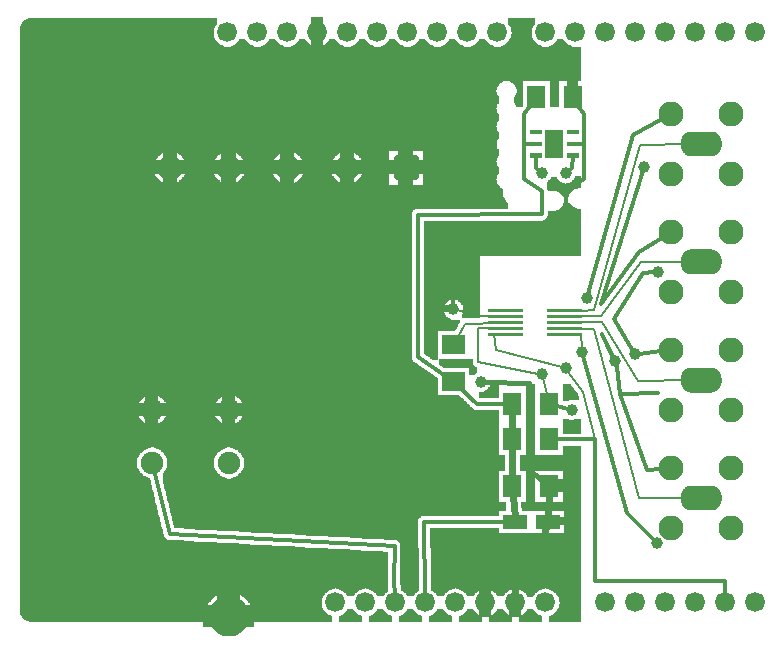
<source format=gtl>
G04 MADE WITH FRITZING*
G04 WWW.FRITZING.ORG*
G04 DOUBLE SIDED*
G04 HOLES PLATED*
G04 CONTOUR ON CENTER OF CONTOUR VECTOR*
%ASAXBY*%
%FSLAX23Y23*%
%MOIN*%
%OFA0B0*%
%SFA1.0B1.0*%
%ADD10C,0.075000*%
%ADD11C,0.069055*%
%ADD12C,0.039370*%
%ADD13C,0.083307*%
%ADD14C,0.082677*%
%ADD15C,0.083071*%
%ADD16C,0.066194*%
%ADD17C,0.066222*%
%ADD18R,0.062992X0.074803*%
%ADD19R,0.078740X0.047244*%
%ADD20C,0.008000*%
%ADD21C,0.012000*%
%ADD22C,0.024000*%
%ADD23C,0.016000*%
%ADD24C,0.020000*%
%ADD25R,0.001000X0.001000*%
%LNCOPPER1*%
G90*
G70*
G54D10*
X132Y2012D03*
X1813Y1340D03*
X1496Y269D03*
G54D11*
X747Y65D03*
G54D12*
X1791Y873D03*
X1791Y1542D03*
X1869Y892D03*
X1869Y1542D03*
G54D13*
X1338Y1561D03*
X1141Y1561D03*
X944Y1561D03*
X747Y1561D03*
X550Y1561D03*
G54D12*
X1925Y947D03*
X2033Y918D03*
X2100Y939D03*
X1939Y1126D03*
X2131Y1563D03*
X2178Y1215D03*
X2173Y311D03*
X1495Y1089D03*
X1586Y847D03*
X1889Y754D03*
G54D10*
X747Y577D03*
X491Y577D03*
X747Y754D03*
X491Y754D03*
G54D14*
X2222Y559D03*
G54D15*
X2321Y460D03*
X2222Y359D03*
X2222Y559D03*
X2422Y359D03*
X2422Y559D03*
G54D14*
X2222Y559D03*
G54D15*
X2321Y460D03*
X2222Y359D03*
X2222Y559D03*
X2422Y359D03*
X2422Y559D03*
G54D14*
X2222Y953D03*
G54D15*
X2321Y854D03*
X2222Y753D03*
X2222Y953D03*
X2422Y753D03*
X2422Y953D03*
G54D14*
X2222Y953D03*
G54D15*
X2321Y854D03*
X2222Y753D03*
X2222Y953D03*
X2422Y753D03*
X2422Y953D03*
G54D14*
X2222Y1740D03*
G54D15*
X2321Y1641D03*
X2222Y1540D03*
X2222Y1740D03*
X2422Y1540D03*
X2422Y1740D03*
G54D14*
X2222Y1740D03*
G54D15*
X2321Y1641D03*
X2222Y1540D03*
X2222Y1740D03*
X2422Y1540D03*
X2422Y1740D03*
G54D16*
X2102Y112D03*
X2202Y112D03*
X2302Y112D03*
X2402Y112D03*
X2502Y112D03*
G54D17*
X1642Y2012D03*
X1542Y2012D03*
X1442Y2012D03*
X1342Y2012D03*
X1242Y2012D03*
X1142Y2012D03*
X1042Y2012D03*
X942Y2012D03*
X842Y2012D03*
X742Y2012D03*
X2502Y2012D03*
X2402Y2012D03*
X2302Y2012D03*
X2202Y2012D03*
X2102Y2012D03*
X2002Y2012D03*
X1902Y2012D03*
X1802Y2012D03*
G54D16*
X1202Y112D03*
X1102Y112D03*
X1302Y112D03*
X1402Y112D03*
X1502Y112D03*
X1602Y112D03*
X1702Y112D03*
X1802Y112D03*
X2002Y112D03*
G54D14*
X2222Y1346D03*
G54D15*
X2321Y1247D03*
X2222Y1147D03*
X2222Y1347D03*
X2422Y1147D03*
X2422Y1347D03*
G54D14*
X2222Y1346D03*
G54D15*
X2321Y1247D03*
X2222Y1147D03*
X2222Y1347D03*
X2422Y1147D03*
X2422Y1347D03*
G54D18*
X1771Y1798D03*
X1893Y1798D03*
X1692Y499D03*
X1814Y499D03*
G54D19*
X1700Y380D03*
X1810Y380D03*
G54D18*
X1692Y774D03*
X1814Y774D03*
X1692Y656D03*
X1814Y656D03*
G54D20*
X1534Y1040D02*
X1653Y1045D01*
G54D21*
D02*
X1790Y1406D02*
X1790Y1482D01*
D02*
X1790Y1482D02*
X1731Y1522D01*
D02*
X1731Y1522D02*
X1731Y1640D01*
D02*
X1731Y1640D02*
X1757Y1640D01*
D02*
X1376Y1404D02*
X1790Y1406D01*
D02*
X1376Y931D02*
X1376Y1404D01*
D02*
X1464Y871D02*
X1376Y931D01*
G54D20*
D02*
X1510Y997D02*
X1534Y1040D01*
G54D21*
D02*
X1574Y773D02*
X1522Y823D01*
D02*
X1666Y774D02*
X1574Y773D01*
D02*
X1929Y1739D02*
X1929Y1640D01*
D02*
X1731Y1640D02*
X1757Y1640D01*
D02*
X1750Y1766D02*
X1731Y1739D01*
D02*
X1731Y1739D02*
X1731Y1640D01*
D02*
X1912Y1766D02*
X1929Y1739D01*
D02*
X1929Y1640D02*
X1907Y1640D01*
D02*
X1870Y1483D02*
X1870Y1306D01*
D02*
X1929Y1523D02*
X1870Y1483D01*
D02*
X1771Y1561D02*
X1781Y1551D01*
D02*
X1889Y1561D02*
X1879Y1551D01*
D02*
X1893Y1600D02*
X1889Y1561D01*
D02*
X1870Y1306D02*
X1475Y1305D01*
D02*
X1475Y1305D02*
X1494Y1102D01*
D02*
X1929Y1640D02*
X1929Y1523D01*
D02*
X1771Y1599D02*
X1771Y1561D01*
G54D20*
D02*
X1964Y1086D02*
X1919Y1085D01*
D02*
X1964Y1023D02*
X1889Y1025D01*
D02*
X1991Y1046D02*
X1919Y1046D01*
D02*
X2116Y1636D02*
X1964Y1086D01*
D02*
X2111Y851D02*
X1991Y1046D01*
D02*
X2284Y853D02*
X2111Y851D01*
D02*
X2284Y460D02*
X2114Y461D01*
D02*
X2114Y461D02*
X1964Y1023D01*
G54D21*
D02*
X2186Y949D02*
X2113Y941D01*
G54D20*
D02*
X1988Y1067D02*
X1904Y1066D01*
D02*
X2284Y1247D02*
X2119Y1246D01*
D02*
X2119Y1246D02*
X1988Y1067D01*
D02*
X2284Y1640D02*
X2116Y1636D01*
D02*
X1919Y1006D02*
X1865Y1006D01*
G54D21*
D02*
X2113Y1279D02*
X2191Y1327D01*
D02*
X1987Y1107D02*
X2113Y1279D01*
D02*
X2127Y1551D02*
X1987Y1107D01*
D02*
X2093Y1671D02*
X1943Y1139D01*
D02*
X2190Y1723D02*
X2093Y1671D01*
G54D20*
D02*
X1923Y960D02*
X1919Y1006D01*
G54D21*
D02*
X2126Y1211D02*
X2030Y1057D01*
D02*
X2030Y1057D02*
X2093Y951D01*
D02*
X2165Y1214D02*
X2126Y1211D01*
D02*
X2041Y897D02*
X1989Y1007D01*
D02*
X2052Y807D02*
X2178Y810D01*
D02*
X2052Y806D02*
X2041Y897D01*
D02*
X2178Y810D02*
X2052Y806D01*
D02*
X1989Y1007D02*
X2027Y930D01*
D02*
X2142Y552D02*
X2052Y807D01*
D02*
X2186Y556D02*
X2142Y552D01*
G54D22*
D02*
X1699Y398D02*
X1694Y467D01*
G54D21*
D02*
X1402Y136D02*
X1397Y381D01*
D02*
X1397Y381D02*
X1666Y380D01*
D02*
X2073Y409D02*
X1928Y934D01*
D02*
X2163Y321D02*
X2073Y409D01*
G54D22*
D02*
X1811Y398D02*
X1813Y467D01*
D02*
X1779Y277D02*
X1697Y243D01*
D02*
X1697Y243D02*
X1701Y142D01*
D02*
X1805Y362D02*
X1779Y277D01*
G54D20*
D02*
X1968Y656D02*
X1952Y652D01*
G54D21*
D02*
X1968Y656D02*
X1968Y656D01*
D02*
X1968Y656D02*
X1968Y183D01*
D02*
X2401Y183D02*
X2402Y136D01*
D02*
X1968Y183D02*
X2401Y183D01*
D02*
X1840Y656D02*
X1968Y656D01*
G54D20*
D02*
X1952Y652D02*
X1840Y655D01*
D02*
X1637Y952D02*
X1856Y896D01*
D02*
X1631Y1007D02*
X1637Y952D01*
D02*
X1578Y914D02*
X1778Y875D01*
D02*
X1669Y1006D02*
X1631Y1007D01*
D02*
X1928Y813D02*
X1968Y656D01*
D02*
X1877Y881D02*
X1928Y813D01*
D02*
X1578Y1026D02*
X1578Y914D01*
G54D22*
D02*
X1692Y624D02*
X1692Y530D01*
D02*
X1692Y688D02*
X1692Y742D01*
G54D20*
D02*
X1582Y1067D02*
X1508Y1086D01*
G54D23*
D02*
X1747Y843D02*
X1749Y553D01*
D02*
X1599Y847D02*
X1747Y843D01*
G54D20*
D02*
X1615Y1026D02*
X1578Y1026D01*
D02*
X1794Y860D02*
X1807Y806D01*
D02*
X1642Y1066D02*
X1582Y1067D01*
G54D23*
D02*
X1749Y553D02*
X1788Y520D01*
G54D21*
D02*
X1840Y767D02*
X1876Y758D01*
D02*
X1299Y301D02*
X549Y341D01*
D02*
X1298Y184D02*
X1299Y301D01*
D02*
X549Y341D02*
X497Y555D01*
D02*
X1301Y136D02*
X1298Y184D01*
G36*
X76Y2059D02*
X76Y2057D01*
X70Y2057D01*
X70Y2055D01*
X68Y2055D01*
X68Y2053D01*
X64Y2053D01*
X64Y2051D01*
X62Y2051D01*
X62Y2049D01*
X60Y2049D01*
X60Y2047D01*
X58Y2047D01*
X58Y2043D01*
X56Y2043D01*
X56Y2041D01*
X54Y2041D01*
X54Y2035D01*
X52Y2035D01*
X52Y1963D01*
X742Y1963D01*
X742Y1965D01*
X730Y1965D01*
X730Y1967D01*
X726Y1967D01*
X726Y1969D01*
X722Y1969D01*
X722Y1971D01*
X718Y1971D01*
X718Y1973D01*
X716Y1973D01*
X716Y1975D01*
X714Y1975D01*
X714Y1977D01*
X712Y1977D01*
X712Y1979D01*
X710Y1979D01*
X710Y1981D01*
X708Y1981D01*
X708Y1983D01*
X706Y1983D01*
X706Y1985D01*
X704Y1985D01*
X704Y1987D01*
X702Y1987D01*
X702Y1991D01*
X700Y1991D01*
X700Y1995D01*
X698Y1995D01*
X698Y2001D01*
X696Y2001D01*
X696Y2021D01*
X698Y2021D01*
X698Y2027D01*
X700Y2027D01*
X700Y2031D01*
X702Y2031D01*
X702Y2035D01*
X704Y2035D01*
X704Y2037D01*
X706Y2037D01*
X706Y2039D01*
X708Y2039D01*
X708Y2059D01*
X76Y2059D01*
G37*
D02*
G36*
X1678Y2059D02*
X1678Y2037D01*
X1680Y2037D01*
X1680Y2035D01*
X1682Y2035D01*
X1682Y2033D01*
X1684Y2033D01*
X1684Y2029D01*
X1686Y2029D01*
X1686Y2023D01*
X1688Y2023D01*
X1688Y2015D01*
X1690Y2015D01*
X1690Y2007D01*
X1688Y2007D01*
X1688Y1999D01*
X1686Y1999D01*
X1686Y1993D01*
X1684Y1993D01*
X1684Y1991D01*
X1682Y1991D01*
X1682Y1987D01*
X1680Y1987D01*
X1680Y1985D01*
X1678Y1985D01*
X1678Y1981D01*
X1676Y1981D01*
X1676Y1979D01*
X1674Y1979D01*
X1674Y1977D01*
X1672Y1977D01*
X1672Y1975D01*
X1668Y1975D01*
X1668Y1973D01*
X1666Y1973D01*
X1666Y1971D01*
X1662Y1971D01*
X1662Y1969D01*
X1660Y1969D01*
X1660Y1967D01*
X1654Y1967D01*
X1654Y1965D01*
X1644Y1965D01*
X1644Y1963D01*
X1802Y1963D01*
X1802Y1965D01*
X1790Y1965D01*
X1790Y1967D01*
X1786Y1967D01*
X1786Y1969D01*
X1782Y1969D01*
X1782Y1971D01*
X1778Y1971D01*
X1778Y1973D01*
X1776Y1973D01*
X1776Y1975D01*
X1774Y1975D01*
X1774Y1977D01*
X1772Y1977D01*
X1772Y1979D01*
X1770Y1979D01*
X1770Y1981D01*
X1768Y1981D01*
X1768Y1983D01*
X1766Y1983D01*
X1766Y1985D01*
X1764Y1985D01*
X1764Y1987D01*
X1762Y1987D01*
X1762Y1991D01*
X1760Y1991D01*
X1760Y1995D01*
X1758Y1995D01*
X1758Y2001D01*
X1756Y2001D01*
X1756Y2021D01*
X1758Y2021D01*
X1758Y2027D01*
X1760Y2027D01*
X1760Y2031D01*
X1762Y2031D01*
X1762Y2035D01*
X1764Y2035D01*
X1764Y2037D01*
X1766Y2037D01*
X1766Y2039D01*
X1768Y2039D01*
X1768Y2059D01*
X1678Y2059D01*
G37*
D02*
G36*
X782Y1991D02*
X782Y1987D01*
X780Y1987D01*
X780Y1985D01*
X778Y1985D01*
X778Y1981D01*
X776Y1981D01*
X776Y1979D01*
X774Y1979D01*
X774Y1977D01*
X772Y1977D01*
X772Y1975D01*
X768Y1975D01*
X768Y1973D01*
X766Y1973D01*
X766Y1971D01*
X762Y1971D01*
X762Y1969D01*
X760Y1969D01*
X760Y1967D01*
X754Y1967D01*
X754Y1965D01*
X744Y1965D01*
X744Y1963D01*
X842Y1963D01*
X842Y1965D01*
X830Y1965D01*
X830Y1967D01*
X826Y1967D01*
X826Y1969D01*
X822Y1969D01*
X822Y1971D01*
X818Y1971D01*
X818Y1973D01*
X816Y1973D01*
X816Y1975D01*
X814Y1975D01*
X814Y1977D01*
X812Y1977D01*
X812Y1979D01*
X810Y1979D01*
X810Y1981D01*
X808Y1981D01*
X808Y1983D01*
X806Y1983D01*
X806Y1985D01*
X804Y1985D01*
X804Y1987D01*
X802Y1987D01*
X802Y1991D01*
X782Y1991D01*
G37*
D02*
G36*
X882Y1991D02*
X882Y1987D01*
X880Y1987D01*
X880Y1985D01*
X878Y1985D01*
X878Y1981D01*
X876Y1981D01*
X876Y1979D01*
X874Y1979D01*
X874Y1977D01*
X872Y1977D01*
X872Y1975D01*
X868Y1975D01*
X868Y1973D01*
X866Y1973D01*
X866Y1971D01*
X862Y1971D01*
X862Y1969D01*
X860Y1969D01*
X860Y1967D01*
X854Y1967D01*
X854Y1965D01*
X844Y1965D01*
X844Y1963D01*
X942Y1963D01*
X942Y1965D01*
X930Y1965D01*
X930Y1967D01*
X926Y1967D01*
X926Y1969D01*
X922Y1969D01*
X922Y1971D01*
X918Y1971D01*
X918Y1973D01*
X916Y1973D01*
X916Y1975D01*
X914Y1975D01*
X914Y1977D01*
X912Y1977D01*
X912Y1979D01*
X910Y1979D01*
X910Y1981D01*
X908Y1981D01*
X908Y1983D01*
X906Y1983D01*
X906Y1985D01*
X904Y1985D01*
X904Y1987D01*
X902Y1987D01*
X902Y1991D01*
X882Y1991D01*
G37*
D02*
G36*
X982Y1991D02*
X982Y1987D01*
X980Y1987D01*
X980Y1985D01*
X978Y1985D01*
X978Y1981D01*
X976Y1981D01*
X976Y1979D01*
X974Y1979D01*
X974Y1977D01*
X972Y1977D01*
X972Y1975D01*
X968Y1975D01*
X968Y1973D01*
X966Y1973D01*
X966Y1971D01*
X962Y1971D01*
X962Y1969D01*
X960Y1969D01*
X960Y1967D01*
X954Y1967D01*
X954Y1965D01*
X944Y1965D01*
X944Y1963D01*
X1042Y1963D01*
X1042Y1965D01*
X1030Y1965D01*
X1030Y1967D01*
X1026Y1967D01*
X1026Y1969D01*
X1022Y1969D01*
X1022Y1971D01*
X1018Y1971D01*
X1018Y1973D01*
X1016Y1973D01*
X1016Y1975D01*
X1014Y1975D01*
X1014Y1977D01*
X1012Y1977D01*
X1012Y1979D01*
X1010Y1979D01*
X1010Y1981D01*
X1008Y1981D01*
X1008Y1983D01*
X1006Y1983D01*
X1006Y1985D01*
X1004Y1985D01*
X1004Y1987D01*
X1002Y1987D01*
X1002Y1991D01*
X982Y1991D01*
G37*
D02*
G36*
X1082Y1991D02*
X1082Y1987D01*
X1080Y1987D01*
X1080Y1985D01*
X1078Y1985D01*
X1078Y1981D01*
X1076Y1981D01*
X1076Y1979D01*
X1074Y1979D01*
X1074Y1977D01*
X1072Y1977D01*
X1072Y1975D01*
X1068Y1975D01*
X1068Y1973D01*
X1066Y1973D01*
X1066Y1971D01*
X1062Y1971D01*
X1062Y1969D01*
X1060Y1969D01*
X1060Y1967D01*
X1054Y1967D01*
X1054Y1965D01*
X1044Y1965D01*
X1044Y1963D01*
X1142Y1963D01*
X1142Y1965D01*
X1130Y1965D01*
X1130Y1967D01*
X1126Y1967D01*
X1126Y1969D01*
X1122Y1969D01*
X1122Y1971D01*
X1118Y1971D01*
X1118Y1973D01*
X1116Y1973D01*
X1116Y1975D01*
X1114Y1975D01*
X1114Y1977D01*
X1112Y1977D01*
X1112Y1979D01*
X1110Y1979D01*
X1110Y1981D01*
X1108Y1981D01*
X1108Y1983D01*
X1106Y1983D01*
X1106Y1985D01*
X1104Y1985D01*
X1104Y1987D01*
X1102Y1987D01*
X1102Y1991D01*
X1082Y1991D01*
G37*
D02*
G36*
X1182Y1991D02*
X1182Y1987D01*
X1180Y1987D01*
X1180Y1985D01*
X1178Y1985D01*
X1178Y1981D01*
X1176Y1981D01*
X1176Y1979D01*
X1174Y1979D01*
X1174Y1977D01*
X1172Y1977D01*
X1172Y1975D01*
X1168Y1975D01*
X1168Y1973D01*
X1166Y1973D01*
X1166Y1971D01*
X1162Y1971D01*
X1162Y1969D01*
X1160Y1969D01*
X1160Y1967D01*
X1154Y1967D01*
X1154Y1965D01*
X1144Y1965D01*
X1144Y1963D01*
X1242Y1963D01*
X1242Y1965D01*
X1230Y1965D01*
X1230Y1967D01*
X1226Y1967D01*
X1226Y1969D01*
X1222Y1969D01*
X1222Y1971D01*
X1218Y1971D01*
X1218Y1973D01*
X1216Y1973D01*
X1216Y1975D01*
X1214Y1975D01*
X1214Y1977D01*
X1212Y1977D01*
X1212Y1979D01*
X1210Y1979D01*
X1210Y1981D01*
X1208Y1981D01*
X1208Y1983D01*
X1206Y1983D01*
X1206Y1985D01*
X1204Y1985D01*
X1204Y1987D01*
X1202Y1987D01*
X1202Y1991D01*
X1182Y1991D01*
G37*
D02*
G36*
X1282Y1991D02*
X1282Y1987D01*
X1280Y1987D01*
X1280Y1985D01*
X1278Y1985D01*
X1278Y1981D01*
X1276Y1981D01*
X1276Y1979D01*
X1274Y1979D01*
X1274Y1977D01*
X1272Y1977D01*
X1272Y1975D01*
X1268Y1975D01*
X1268Y1973D01*
X1266Y1973D01*
X1266Y1971D01*
X1262Y1971D01*
X1262Y1969D01*
X1260Y1969D01*
X1260Y1967D01*
X1254Y1967D01*
X1254Y1965D01*
X1244Y1965D01*
X1244Y1963D01*
X1342Y1963D01*
X1342Y1965D01*
X1330Y1965D01*
X1330Y1967D01*
X1326Y1967D01*
X1326Y1969D01*
X1322Y1969D01*
X1322Y1971D01*
X1318Y1971D01*
X1318Y1973D01*
X1316Y1973D01*
X1316Y1975D01*
X1314Y1975D01*
X1314Y1977D01*
X1312Y1977D01*
X1312Y1979D01*
X1310Y1979D01*
X1310Y1981D01*
X1308Y1981D01*
X1308Y1983D01*
X1306Y1983D01*
X1306Y1985D01*
X1304Y1985D01*
X1304Y1987D01*
X1302Y1987D01*
X1302Y1991D01*
X1282Y1991D01*
G37*
D02*
G36*
X1382Y1991D02*
X1382Y1987D01*
X1380Y1987D01*
X1380Y1985D01*
X1378Y1985D01*
X1378Y1981D01*
X1376Y1981D01*
X1376Y1979D01*
X1374Y1979D01*
X1374Y1977D01*
X1372Y1977D01*
X1372Y1975D01*
X1368Y1975D01*
X1368Y1973D01*
X1366Y1973D01*
X1366Y1971D01*
X1362Y1971D01*
X1362Y1969D01*
X1360Y1969D01*
X1360Y1967D01*
X1354Y1967D01*
X1354Y1965D01*
X1344Y1965D01*
X1344Y1963D01*
X1442Y1963D01*
X1442Y1965D01*
X1430Y1965D01*
X1430Y1967D01*
X1426Y1967D01*
X1426Y1969D01*
X1422Y1969D01*
X1422Y1971D01*
X1418Y1971D01*
X1418Y1973D01*
X1416Y1973D01*
X1416Y1975D01*
X1414Y1975D01*
X1414Y1977D01*
X1412Y1977D01*
X1412Y1979D01*
X1410Y1979D01*
X1410Y1981D01*
X1408Y1981D01*
X1408Y1983D01*
X1406Y1983D01*
X1406Y1985D01*
X1404Y1985D01*
X1404Y1987D01*
X1402Y1987D01*
X1402Y1991D01*
X1382Y1991D01*
G37*
D02*
G36*
X1482Y1991D02*
X1482Y1987D01*
X1480Y1987D01*
X1480Y1985D01*
X1478Y1985D01*
X1478Y1981D01*
X1476Y1981D01*
X1476Y1979D01*
X1474Y1979D01*
X1474Y1977D01*
X1472Y1977D01*
X1472Y1975D01*
X1468Y1975D01*
X1468Y1973D01*
X1466Y1973D01*
X1466Y1971D01*
X1462Y1971D01*
X1462Y1969D01*
X1460Y1969D01*
X1460Y1967D01*
X1454Y1967D01*
X1454Y1965D01*
X1444Y1965D01*
X1444Y1963D01*
X1542Y1963D01*
X1542Y1965D01*
X1530Y1965D01*
X1530Y1967D01*
X1526Y1967D01*
X1526Y1969D01*
X1522Y1969D01*
X1522Y1971D01*
X1518Y1971D01*
X1518Y1973D01*
X1516Y1973D01*
X1516Y1975D01*
X1514Y1975D01*
X1514Y1977D01*
X1512Y1977D01*
X1512Y1979D01*
X1510Y1979D01*
X1510Y1981D01*
X1508Y1981D01*
X1508Y1983D01*
X1506Y1983D01*
X1506Y1985D01*
X1504Y1985D01*
X1504Y1987D01*
X1502Y1987D01*
X1502Y1991D01*
X1482Y1991D01*
G37*
D02*
G36*
X1582Y1991D02*
X1582Y1987D01*
X1580Y1987D01*
X1580Y1985D01*
X1578Y1985D01*
X1578Y1981D01*
X1576Y1981D01*
X1576Y1979D01*
X1574Y1979D01*
X1574Y1977D01*
X1572Y1977D01*
X1572Y1975D01*
X1568Y1975D01*
X1568Y1973D01*
X1566Y1973D01*
X1566Y1971D01*
X1562Y1971D01*
X1562Y1969D01*
X1560Y1969D01*
X1560Y1967D01*
X1554Y1967D01*
X1554Y1965D01*
X1544Y1965D01*
X1544Y1963D01*
X1642Y1963D01*
X1642Y1965D01*
X1630Y1965D01*
X1630Y1967D01*
X1626Y1967D01*
X1626Y1969D01*
X1622Y1969D01*
X1622Y1971D01*
X1618Y1971D01*
X1618Y1973D01*
X1616Y1973D01*
X1616Y1975D01*
X1614Y1975D01*
X1614Y1977D01*
X1612Y1977D01*
X1612Y1979D01*
X1610Y1979D01*
X1610Y1981D01*
X1608Y1981D01*
X1608Y1983D01*
X1606Y1983D01*
X1606Y1985D01*
X1604Y1985D01*
X1604Y1987D01*
X1602Y1987D01*
X1602Y1991D01*
X1582Y1991D01*
G37*
D02*
G36*
X1842Y1991D02*
X1842Y1987D01*
X1840Y1987D01*
X1840Y1985D01*
X1838Y1985D01*
X1838Y1981D01*
X1836Y1981D01*
X1836Y1979D01*
X1834Y1979D01*
X1834Y1977D01*
X1832Y1977D01*
X1832Y1975D01*
X1828Y1975D01*
X1828Y1973D01*
X1826Y1973D01*
X1826Y1971D01*
X1822Y1971D01*
X1822Y1969D01*
X1820Y1969D01*
X1820Y1967D01*
X1814Y1967D01*
X1814Y1965D01*
X1804Y1965D01*
X1804Y1963D01*
X1902Y1963D01*
X1902Y1965D01*
X1890Y1965D01*
X1890Y1967D01*
X1886Y1967D01*
X1886Y1969D01*
X1882Y1969D01*
X1882Y1971D01*
X1878Y1971D01*
X1878Y1973D01*
X1876Y1973D01*
X1876Y1975D01*
X1874Y1975D01*
X1874Y1977D01*
X1872Y1977D01*
X1872Y1979D01*
X1870Y1979D01*
X1870Y1981D01*
X1868Y1981D01*
X1868Y1983D01*
X1866Y1983D01*
X1866Y1985D01*
X1864Y1985D01*
X1864Y1987D01*
X1862Y1987D01*
X1862Y1991D01*
X1842Y1991D01*
G37*
D02*
G36*
X52Y1963D02*
X52Y1961D01*
X1920Y1961D01*
X1920Y1963D01*
X52Y1963D01*
G37*
D02*
G36*
X52Y1963D02*
X52Y1961D01*
X1920Y1961D01*
X1920Y1963D01*
X52Y1963D01*
G37*
D02*
G36*
X52Y1963D02*
X52Y1961D01*
X1920Y1961D01*
X1920Y1963D01*
X52Y1963D01*
G37*
D02*
G36*
X52Y1963D02*
X52Y1961D01*
X1920Y1961D01*
X1920Y1963D01*
X52Y1963D01*
G37*
D02*
G36*
X52Y1963D02*
X52Y1961D01*
X1920Y1961D01*
X1920Y1963D01*
X52Y1963D01*
G37*
D02*
G36*
X52Y1963D02*
X52Y1961D01*
X1920Y1961D01*
X1920Y1963D01*
X52Y1963D01*
G37*
D02*
G36*
X52Y1963D02*
X52Y1961D01*
X1920Y1961D01*
X1920Y1963D01*
X52Y1963D01*
G37*
D02*
G36*
X52Y1963D02*
X52Y1961D01*
X1920Y1961D01*
X1920Y1963D01*
X52Y1963D01*
G37*
D02*
G36*
X52Y1963D02*
X52Y1961D01*
X1920Y1961D01*
X1920Y1963D01*
X52Y1963D01*
G37*
D02*
G36*
X52Y1963D02*
X52Y1961D01*
X1920Y1961D01*
X1920Y1963D01*
X52Y1963D01*
G37*
D02*
G36*
X52Y1963D02*
X52Y1961D01*
X1920Y1961D01*
X1920Y1963D01*
X52Y1963D01*
G37*
D02*
G36*
X52Y1963D02*
X52Y1961D01*
X1920Y1961D01*
X1920Y1963D01*
X52Y1963D01*
G37*
D02*
G36*
X52Y1961D02*
X52Y1851D01*
X1678Y1851D01*
X1678Y1849D01*
X1816Y1849D01*
X1816Y1763D01*
X1848Y1763D01*
X1848Y1849D01*
X1920Y1849D01*
X1920Y1961D01*
X52Y1961D01*
G37*
D02*
G36*
X52Y1851D02*
X52Y1617D01*
X1394Y1617D01*
X1394Y1505D01*
X1644Y1505D01*
X1644Y1507D01*
X1642Y1507D01*
X1642Y1511D01*
X1640Y1511D01*
X1640Y1521D01*
X1638Y1521D01*
X1638Y1523D01*
X1640Y1523D01*
X1640Y1531D01*
X1642Y1531D01*
X1642Y1537D01*
X1644Y1537D01*
X1644Y1539D01*
X1646Y1539D01*
X1646Y1541D01*
X1648Y1541D01*
X1648Y1561D01*
X1646Y1561D01*
X1646Y1563D01*
X1644Y1563D01*
X1644Y1567D01*
X1642Y1567D01*
X1642Y1571D01*
X1640Y1571D01*
X1640Y1579D01*
X1638Y1579D01*
X1638Y1583D01*
X1640Y1583D01*
X1640Y1591D01*
X1642Y1591D01*
X1642Y1595D01*
X1644Y1595D01*
X1644Y1599D01*
X1646Y1599D01*
X1646Y1623D01*
X1644Y1623D01*
X1644Y1625D01*
X1642Y1625D01*
X1642Y1629D01*
X1640Y1629D01*
X1640Y1639D01*
X1638Y1639D01*
X1638Y1641D01*
X1640Y1641D01*
X1640Y1651D01*
X1642Y1651D01*
X1642Y1655D01*
X1644Y1655D01*
X1644Y1657D01*
X1646Y1657D01*
X1646Y1681D01*
X1644Y1681D01*
X1644Y1685D01*
X1642Y1685D01*
X1642Y1689D01*
X1640Y1689D01*
X1640Y1697D01*
X1638Y1697D01*
X1638Y1701D01*
X1640Y1701D01*
X1640Y1709D01*
X1642Y1709D01*
X1642Y1713D01*
X1644Y1713D01*
X1644Y1717D01*
X1646Y1717D01*
X1646Y1741D01*
X1644Y1741D01*
X1644Y1743D01*
X1642Y1743D01*
X1642Y1747D01*
X1640Y1747D01*
X1640Y1757D01*
X1638Y1757D01*
X1638Y1759D01*
X1640Y1759D01*
X1640Y1769D01*
X1642Y1769D01*
X1642Y1773D01*
X1644Y1773D01*
X1644Y1775D01*
X1646Y1775D01*
X1646Y1799D01*
X1644Y1799D01*
X1644Y1803D01*
X1642Y1803D01*
X1642Y1807D01*
X1640Y1807D01*
X1640Y1815D01*
X1638Y1815D01*
X1638Y1819D01*
X1640Y1819D01*
X1640Y1827D01*
X1642Y1827D01*
X1642Y1831D01*
X1644Y1831D01*
X1644Y1835D01*
X1646Y1835D01*
X1646Y1837D01*
X1648Y1837D01*
X1648Y1839D01*
X1650Y1839D01*
X1650Y1841D01*
X1652Y1841D01*
X1652Y1843D01*
X1654Y1843D01*
X1654Y1845D01*
X1658Y1845D01*
X1658Y1847D01*
X1660Y1847D01*
X1660Y1849D01*
X1668Y1849D01*
X1668Y1851D01*
X52Y1851D01*
G37*
D02*
G36*
X1684Y1849D02*
X1684Y1847D01*
X1688Y1847D01*
X1688Y1845D01*
X1690Y1845D01*
X1690Y1843D01*
X1694Y1843D01*
X1694Y1841D01*
X1696Y1841D01*
X1696Y1839D01*
X1698Y1839D01*
X1698Y1837D01*
X1700Y1837D01*
X1700Y1833D01*
X1702Y1833D01*
X1702Y1829D01*
X1704Y1829D01*
X1704Y1825D01*
X1706Y1825D01*
X1706Y1809D01*
X1704Y1809D01*
X1704Y1805D01*
X1702Y1805D01*
X1702Y1801D01*
X1700Y1801D01*
X1700Y1797D01*
X1698Y1797D01*
X1698Y1777D01*
X1700Y1777D01*
X1700Y1775D01*
X1702Y1775D01*
X1702Y1771D01*
X1704Y1771D01*
X1704Y1765D01*
X1726Y1765D01*
X1726Y1849D01*
X1684Y1849D01*
G37*
D02*
G36*
X52Y1617D02*
X52Y1505D01*
X544Y1505D01*
X544Y1507D01*
X536Y1507D01*
X536Y1509D01*
X530Y1509D01*
X530Y1511D01*
X528Y1511D01*
X528Y1513D01*
X524Y1513D01*
X524Y1515D01*
X520Y1515D01*
X520Y1517D01*
X518Y1517D01*
X518Y1519D01*
X516Y1519D01*
X516Y1521D01*
X514Y1521D01*
X514Y1523D01*
X512Y1523D01*
X512Y1525D01*
X510Y1525D01*
X510Y1527D01*
X508Y1527D01*
X508Y1529D01*
X506Y1529D01*
X506Y1531D01*
X504Y1531D01*
X504Y1535D01*
X502Y1535D01*
X502Y1539D01*
X500Y1539D01*
X500Y1543D01*
X498Y1543D01*
X498Y1547D01*
X496Y1547D01*
X496Y1557D01*
X494Y1557D01*
X494Y1565D01*
X496Y1565D01*
X496Y1575D01*
X498Y1575D01*
X498Y1579D01*
X500Y1579D01*
X500Y1583D01*
X502Y1583D01*
X502Y1587D01*
X504Y1587D01*
X504Y1591D01*
X506Y1591D01*
X506Y1593D01*
X508Y1593D01*
X508Y1595D01*
X510Y1595D01*
X510Y1597D01*
X512Y1597D01*
X512Y1599D01*
X514Y1599D01*
X514Y1601D01*
X516Y1601D01*
X516Y1603D01*
X518Y1603D01*
X518Y1605D01*
X520Y1605D01*
X520Y1607D01*
X524Y1607D01*
X524Y1609D01*
X528Y1609D01*
X528Y1611D01*
X530Y1611D01*
X530Y1613D01*
X536Y1613D01*
X536Y1615D01*
X544Y1615D01*
X544Y1617D01*
X52Y1617D01*
G37*
D02*
G36*
X558Y1617D02*
X558Y1615D01*
X566Y1615D01*
X566Y1613D01*
X570Y1613D01*
X570Y1611D01*
X574Y1611D01*
X574Y1609D01*
X578Y1609D01*
X578Y1607D01*
X580Y1607D01*
X580Y1605D01*
X582Y1605D01*
X582Y1603D01*
X586Y1603D01*
X586Y1601D01*
X588Y1601D01*
X588Y1599D01*
X590Y1599D01*
X590Y1597D01*
X592Y1597D01*
X592Y1593D01*
X594Y1593D01*
X594Y1591D01*
X596Y1591D01*
X596Y1589D01*
X598Y1589D01*
X598Y1585D01*
X600Y1585D01*
X600Y1581D01*
X602Y1581D01*
X602Y1577D01*
X604Y1577D01*
X604Y1571D01*
X606Y1571D01*
X606Y1551D01*
X604Y1551D01*
X604Y1545D01*
X602Y1545D01*
X602Y1541D01*
X600Y1541D01*
X600Y1537D01*
X598Y1537D01*
X598Y1533D01*
X596Y1533D01*
X596Y1531D01*
X594Y1531D01*
X594Y1529D01*
X592Y1529D01*
X592Y1525D01*
X590Y1525D01*
X590Y1523D01*
X588Y1523D01*
X588Y1521D01*
X586Y1521D01*
X586Y1519D01*
X582Y1519D01*
X582Y1517D01*
X580Y1517D01*
X580Y1515D01*
X578Y1515D01*
X578Y1513D01*
X574Y1513D01*
X574Y1511D01*
X570Y1511D01*
X570Y1509D01*
X566Y1509D01*
X566Y1507D01*
X558Y1507D01*
X558Y1505D01*
X740Y1505D01*
X740Y1507D01*
X732Y1507D01*
X732Y1509D01*
X728Y1509D01*
X728Y1511D01*
X724Y1511D01*
X724Y1513D01*
X720Y1513D01*
X720Y1515D01*
X718Y1515D01*
X718Y1517D01*
X716Y1517D01*
X716Y1519D01*
X712Y1519D01*
X712Y1521D01*
X710Y1521D01*
X710Y1523D01*
X708Y1523D01*
X708Y1525D01*
X706Y1525D01*
X706Y1527D01*
X704Y1527D01*
X704Y1531D01*
X702Y1531D01*
X702Y1533D01*
X700Y1533D01*
X700Y1537D01*
X698Y1537D01*
X698Y1539D01*
X696Y1539D01*
X696Y1545D01*
X694Y1545D01*
X694Y1551D01*
X692Y1551D01*
X692Y1571D01*
X694Y1571D01*
X694Y1577D01*
X696Y1577D01*
X696Y1583D01*
X698Y1583D01*
X698Y1585D01*
X700Y1585D01*
X700Y1589D01*
X702Y1589D01*
X702Y1591D01*
X704Y1591D01*
X704Y1595D01*
X706Y1595D01*
X706Y1597D01*
X708Y1597D01*
X708Y1599D01*
X710Y1599D01*
X710Y1601D01*
X712Y1601D01*
X712Y1603D01*
X714Y1603D01*
X714Y1605D01*
X718Y1605D01*
X718Y1607D01*
X720Y1607D01*
X720Y1609D01*
X724Y1609D01*
X724Y1611D01*
X728Y1611D01*
X728Y1613D01*
X732Y1613D01*
X732Y1615D01*
X740Y1615D01*
X740Y1617D01*
X558Y1617D01*
G37*
D02*
G36*
X754Y1617D02*
X754Y1615D01*
X762Y1615D01*
X762Y1613D01*
X768Y1613D01*
X768Y1611D01*
X770Y1611D01*
X770Y1609D01*
X774Y1609D01*
X774Y1607D01*
X778Y1607D01*
X778Y1605D01*
X780Y1605D01*
X780Y1603D01*
X782Y1603D01*
X782Y1601D01*
X784Y1601D01*
X784Y1599D01*
X786Y1599D01*
X786Y1597D01*
X788Y1597D01*
X788Y1595D01*
X790Y1595D01*
X790Y1593D01*
X792Y1593D01*
X792Y1591D01*
X794Y1591D01*
X794Y1587D01*
X796Y1587D01*
X796Y1583D01*
X798Y1583D01*
X798Y1579D01*
X800Y1579D01*
X800Y1573D01*
X802Y1573D01*
X802Y1549D01*
X800Y1549D01*
X800Y1543D01*
X798Y1543D01*
X798Y1539D01*
X796Y1539D01*
X796Y1535D01*
X794Y1535D01*
X794Y1533D01*
X792Y1533D01*
X792Y1529D01*
X790Y1529D01*
X790Y1527D01*
X788Y1527D01*
X788Y1525D01*
X786Y1525D01*
X786Y1523D01*
X784Y1523D01*
X784Y1521D01*
X782Y1521D01*
X782Y1519D01*
X780Y1519D01*
X780Y1517D01*
X778Y1517D01*
X778Y1515D01*
X774Y1515D01*
X774Y1513D01*
X770Y1513D01*
X770Y1511D01*
X766Y1511D01*
X766Y1509D01*
X762Y1509D01*
X762Y1507D01*
X754Y1507D01*
X754Y1505D01*
X938Y1505D01*
X938Y1507D01*
X930Y1507D01*
X930Y1509D01*
X924Y1509D01*
X924Y1511D01*
X920Y1511D01*
X920Y1513D01*
X918Y1513D01*
X918Y1515D01*
X914Y1515D01*
X914Y1517D01*
X912Y1517D01*
X912Y1519D01*
X910Y1519D01*
X910Y1521D01*
X908Y1521D01*
X908Y1523D01*
X906Y1523D01*
X906Y1525D01*
X904Y1525D01*
X904Y1527D01*
X902Y1527D01*
X902Y1529D01*
X900Y1529D01*
X900Y1531D01*
X898Y1531D01*
X898Y1535D01*
X896Y1535D01*
X896Y1537D01*
X894Y1537D01*
X894Y1541D01*
X892Y1541D01*
X892Y1547D01*
X890Y1547D01*
X890Y1555D01*
X888Y1555D01*
X888Y1567D01*
X890Y1567D01*
X890Y1575D01*
X892Y1575D01*
X892Y1581D01*
X894Y1581D01*
X894Y1585D01*
X896Y1585D01*
X896Y1587D01*
X898Y1587D01*
X898Y1591D01*
X900Y1591D01*
X900Y1593D01*
X902Y1593D01*
X902Y1595D01*
X904Y1595D01*
X904Y1597D01*
X906Y1597D01*
X906Y1599D01*
X908Y1599D01*
X908Y1601D01*
X910Y1601D01*
X910Y1603D01*
X912Y1603D01*
X912Y1605D01*
X914Y1605D01*
X914Y1607D01*
X918Y1607D01*
X918Y1609D01*
X920Y1609D01*
X920Y1611D01*
X924Y1611D01*
X924Y1613D01*
X930Y1613D01*
X930Y1615D01*
X936Y1615D01*
X936Y1617D01*
X754Y1617D01*
G37*
D02*
G36*
X952Y1617D02*
X952Y1615D01*
X960Y1615D01*
X960Y1613D01*
X964Y1613D01*
X964Y1611D01*
X968Y1611D01*
X968Y1609D01*
X970Y1609D01*
X970Y1607D01*
X974Y1607D01*
X974Y1605D01*
X976Y1605D01*
X976Y1603D01*
X978Y1603D01*
X978Y1601D01*
X982Y1601D01*
X982Y1599D01*
X984Y1599D01*
X984Y1595D01*
X986Y1595D01*
X986Y1593D01*
X988Y1593D01*
X988Y1591D01*
X990Y1591D01*
X990Y1589D01*
X992Y1589D01*
X992Y1585D01*
X994Y1585D01*
X994Y1581D01*
X996Y1581D01*
X996Y1577D01*
X998Y1577D01*
X998Y1569D01*
X1000Y1569D01*
X1000Y1553D01*
X998Y1553D01*
X998Y1545D01*
X996Y1545D01*
X996Y1541D01*
X994Y1541D01*
X994Y1537D01*
X992Y1537D01*
X992Y1535D01*
X990Y1535D01*
X990Y1531D01*
X988Y1531D01*
X988Y1529D01*
X986Y1529D01*
X986Y1527D01*
X984Y1527D01*
X984Y1523D01*
X982Y1523D01*
X982Y1521D01*
X978Y1521D01*
X978Y1519D01*
X976Y1519D01*
X976Y1517D01*
X974Y1517D01*
X974Y1515D01*
X970Y1515D01*
X970Y1513D01*
X968Y1513D01*
X968Y1511D01*
X964Y1511D01*
X964Y1509D01*
X958Y1509D01*
X958Y1507D01*
X950Y1507D01*
X950Y1505D01*
X1134Y1505D01*
X1134Y1507D01*
X1126Y1507D01*
X1126Y1509D01*
X1122Y1509D01*
X1122Y1511D01*
X1118Y1511D01*
X1118Y1513D01*
X1114Y1513D01*
X1114Y1515D01*
X1112Y1515D01*
X1112Y1517D01*
X1108Y1517D01*
X1108Y1519D01*
X1106Y1519D01*
X1106Y1521D01*
X1104Y1521D01*
X1104Y1523D01*
X1102Y1523D01*
X1102Y1525D01*
X1100Y1525D01*
X1100Y1527D01*
X1098Y1527D01*
X1098Y1529D01*
X1096Y1529D01*
X1096Y1533D01*
X1094Y1533D01*
X1094Y1535D01*
X1092Y1535D01*
X1092Y1539D01*
X1090Y1539D01*
X1090Y1543D01*
X1088Y1543D01*
X1088Y1549D01*
X1086Y1549D01*
X1086Y1573D01*
X1088Y1573D01*
X1088Y1579D01*
X1090Y1579D01*
X1090Y1583D01*
X1092Y1583D01*
X1092Y1587D01*
X1094Y1587D01*
X1094Y1589D01*
X1096Y1589D01*
X1096Y1593D01*
X1098Y1593D01*
X1098Y1595D01*
X1100Y1595D01*
X1100Y1597D01*
X1102Y1597D01*
X1102Y1599D01*
X1104Y1599D01*
X1104Y1601D01*
X1106Y1601D01*
X1106Y1603D01*
X1108Y1603D01*
X1108Y1605D01*
X1110Y1605D01*
X1110Y1607D01*
X1114Y1607D01*
X1114Y1609D01*
X1118Y1609D01*
X1118Y1611D01*
X1122Y1611D01*
X1122Y1613D01*
X1126Y1613D01*
X1126Y1615D01*
X1134Y1615D01*
X1134Y1617D01*
X952Y1617D01*
G37*
D02*
G36*
X1148Y1617D02*
X1148Y1615D01*
X1156Y1615D01*
X1156Y1613D01*
X1160Y1613D01*
X1160Y1611D01*
X1164Y1611D01*
X1164Y1609D01*
X1168Y1609D01*
X1168Y1607D01*
X1172Y1607D01*
X1172Y1605D01*
X1174Y1605D01*
X1174Y1603D01*
X1176Y1603D01*
X1176Y1601D01*
X1178Y1601D01*
X1178Y1599D01*
X1180Y1599D01*
X1180Y1597D01*
X1182Y1597D01*
X1182Y1595D01*
X1184Y1595D01*
X1184Y1593D01*
X1186Y1593D01*
X1186Y1589D01*
X1188Y1589D01*
X1188Y1587D01*
X1190Y1587D01*
X1190Y1583D01*
X1192Y1583D01*
X1192Y1579D01*
X1194Y1579D01*
X1194Y1573D01*
X1196Y1573D01*
X1196Y1549D01*
X1194Y1549D01*
X1194Y1543D01*
X1192Y1543D01*
X1192Y1539D01*
X1190Y1539D01*
X1190Y1537D01*
X1188Y1537D01*
X1188Y1533D01*
X1186Y1533D01*
X1186Y1529D01*
X1184Y1529D01*
X1184Y1527D01*
X1182Y1527D01*
X1182Y1525D01*
X1180Y1525D01*
X1180Y1523D01*
X1178Y1523D01*
X1178Y1521D01*
X1176Y1521D01*
X1176Y1519D01*
X1174Y1519D01*
X1174Y1517D01*
X1170Y1517D01*
X1170Y1515D01*
X1168Y1515D01*
X1168Y1513D01*
X1164Y1513D01*
X1164Y1511D01*
X1160Y1511D01*
X1160Y1509D01*
X1156Y1509D01*
X1156Y1507D01*
X1148Y1507D01*
X1148Y1505D01*
X1282Y1505D01*
X1282Y1617D01*
X1148Y1617D01*
G37*
D02*
G36*
X52Y1505D02*
X52Y1503D01*
X1644Y1503D01*
X1644Y1505D01*
X52Y1505D01*
G37*
D02*
G36*
X52Y1505D02*
X52Y1503D01*
X1644Y1503D01*
X1644Y1505D01*
X52Y1505D01*
G37*
D02*
G36*
X52Y1505D02*
X52Y1503D01*
X1644Y1503D01*
X1644Y1505D01*
X52Y1505D01*
G37*
D02*
G36*
X52Y1505D02*
X52Y1503D01*
X1644Y1503D01*
X1644Y1505D01*
X52Y1505D01*
G37*
D02*
G36*
X52Y1505D02*
X52Y1503D01*
X1644Y1503D01*
X1644Y1505D01*
X52Y1505D01*
G37*
D02*
G36*
X52Y1505D02*
X52Y1503D01*
X1644Y1503D01*
X1644Y1505D01*
X52Y1505D01*
G37*
D02*
G36*
X52Y1503D02*
X52Y805D01*
X758Y805D01*
X758Y803D01*
X764Y803D01*
X764Y801D01*
X768Y801D01*
X768Y799D01*
X770Y799D01*
X770Y797D01*
X774Y797D01*
X774Y795D01*
X776Y795D01*
X776Y793D01*
X780Y793D01*
X780Y791D01*
X782Y791D01*
X782Y789D01*
X784Y789D01*
X784Y787D01*
X786Y787D01*
X786Y783D01*
X788Y783D01*
X788Y781D01*
X790Y781D01*
X790Y779D01*
X792Y779D01*
X792Y775D01*
X794Y775D01*
X794Y771D01*
X796Y771D01*
X796Y765D01*
X798Y765D01*
X798Y743D01*
X796Y743D01*
X796Y737D01*
X794Y737D01*
X794Y733D01*
X792Y733D01*
X792Y729D01*
X790Y729D01*
X790Y727D01*
X788Y727D01*
X788Y725D01*
X786Y725D01*
X786Y721D01*
X784Y721D01*
X784Y719D01*
X782Y719D01*
X782Y717D01*
X780Y717D01*
X780Y715D01*
X776Y715D01*
X776Y713D01*
X774Y713D01*
X774Y711D01*
X772Y711D01*
X772Y709D01*
X768Y709D01*
X768Y707D01*
X764Y707D01*
X764Y705D01*
X758Y705D01*
X758Y703D01*
X1646Y703D01*
X1646Y753D01*
X1568Y753D01*
X1568Y755D01*
X1564Y755D01*
X1564Y757D01*
X1560Y757D01*
X1560Y759D01*
X1558Y759D01*
X1558Y761D01*
X1556Y761D01*
X1556Y763D01*
X1554Y763D01*
X1554Y765D01*
X1552Y765D01*
X1552Y767D01*
X1550Y767D01*
X1550Y769D01*
X1548Y769D01*
X1548Y771D01*
X1546Y771D01*
X1546Y773D01*
X1544Y773D01*
X1544Y775D01*
X1542Y775D01*
X1542Y777D01*
X1540Y777D01*
X1540Y779D01*
X1538Y779D01*
X1538Y781D01*
X1536Y781D01*
X1536Y783D01*
X1534Y783D01*
X1534Y785D01*
X1532Y785D01*
X1532Y787D01*
X1530Y787D01*
X1530Y789D01*
X1528Y789D01*
X1528Y791D01*
X1526Y791D01*
X1526Y793D01*
X1524Y793D01*
X1524Y795D01*
X1522Y795D01*
X1522Y797D01*
X1518Y797D01*
X1518Y799D01*
X1516Y799D01*
X1516Y801D01*
X1514Y801D01*
X1514Y803D01*
X1444Y803D01*
X1444Y861D01*
X1440Y861D01*
X1440Y863D01*
X1438Y863D01*
X1438Y865D01*
X1434Y865D01*
X1434Y867D01*
X1432Y867D01*
X1432Y869D01*
X1428Y869D01*
X1428Y871D01*
X1426Y871D01*
X1426Y873D01*
X1424Y873D01*
X1424Y875D01*
X1420Y875D01*
X1420Y877D01*
X1418Y877D01*
X1418Y879D01*
X1414Y879D01*
X1414Y881D01*
X1412Y881D01*
X1412Y883D01*
X1408Y883D01*
X1408Y885D01*
X1406Y885D01*
X1406Y887D01*
X1402Y887D01*
X1402Y889D01*
X1400Y889D01*
X1400Y891D01*
X1396Y891D01*
X1396Y893D01*
X1394Y893D01*
X1394Y895D01*
X1392Y895D01*
X1392Y897D01*
X1388Y897D01*
X1388Y899D01*
X1386Y899D01*
X1386Y901D01*
X1382Y901D01*
X1382Y903D01*
X1380Y903D01*
X1380Y905D01*
X1376Y905D01*
X1376Y907D01*
X1374Y907D01*
X1374Y909D01*
X1370Y909D01*
X1370Y911D01*
X1368Y911D01*
X1368Y913D01*
X1366Y913D01*
X1366Y915D01*
X1362Y915D01*
X1362Y917D01*
X1360Y917D01*
X1360Y921D01*
X1358Y921D01*
X1358Y925D01*
X1356Y925D01*
X1356Y1409D01*
X1358Y1409D01*
X1358Y1415D01*
X1360Y1415D01*
X1360Y1417D01*
X1362Y1417D01*
X1362Y1419D01*
X1364Y1419D01*
X1364Y1421D01*
X1368Y1421D01*
X1368Y1423D01*
X1416Y1423D01*
X1416Y1425D01*
X1678Y1425D01*
X1678Y1445D01*
X1674Y1445D01*
X1674Y1447D01*
X1672Y1447D01*
X1672Y1449D01*
X1670Y1449D01*
X1670Y1453D01*
X1668Y1453D01*
X1668Y1455D01*
X1666Y1455D01*
X1666Y1459D01*
X1664Y1459D01*
X1664Y1465D01*
X1662Y1465D01*
X1662Y1491D01*
X1658Y1491D01*
X1658Y1493D01*
X1654Y1493D01*
X1654Y1495D01*
X1652Y1495D01*
X1652Y1497D01*
X1650Y1497D01*
X1650Y1499D01*
X1648Y1499D01*
X1648Y1501D01*
X1646Y1501D01*
X1646Y1503D01*
X52Y1503D01*
G37*
D02*
G36*
X52Y805D02*
X52Y703D01*
X480Y703D01*
X480Y705D01*
X476Y705D01*
X476Y707D01*
X472Y707D01*
X472Y709D01*
X468Y709D01*
X468Y711D01*
X464Y711D01*
X464Y713D01*
X462Y713D01*
X462Y715D01*
X460Y715D01*
X460Y717D01*
X458Y717D01*
X458Y719D01*
X456Y719D01*
X456Y721D01*
X454Y721D01*
X454Y723D01*
X452Y723D01*
X452Y725D01*
X450Y725D01*
X450Y727D01*
X448Y727D01*
X448Y731D01*
X446Y731D01*
X446Y735D01*
X444Y735D01*
X444Y739D01*
X442Y739D01*
X442Y745D01*
X440Y745D01*
X440Y763D01*
X442Y763D01*
X442Y769D01*
X444Y769D01*
X444Y773D01*
X446Y773D01*
X446Y777D01*
X448Y777D01*
X448Y781D01*
X450Y781D01*
X450Y783D01*
X452Y783D01*
X452Y785D01*
X454Y785D01*
X454Y787D01*
X456Y787D01*
X456Y789D01*
X458Y789D01*
X458Y791D01*
X460Y791D01*
X460Y793D01*
X462Y793D01*
X462Y795D01*
X464Y795D01*
X464Y797D01*
X468Y797D01*
X468Y799D01*
X472Y799D01*
X472Y801D01*
X476Y801D01*
X476Y803D01*
X480Y803D01*
X480Y805D01*
X52Y805D01*
G37*
D02*
G36*
X502Y805D02*
X502Y803D01*
X508Y803D01*
X508Y801D01*
X512Y801D01*
X512Y799D01*
X514Y799D01*
X514Y797D01*
X518Y797D01*
X518Y795D01*
X520Y795D01*
X520Y793D01*
X524Y793D01*
X524Y791D01*
X526Y791D01*
X526Y789D01*
X528Y789D01*
X528Y787D01*
X530Y787D01*
X530Y783D01*
X532Y783D01*
X532Y781D01*
X534Y781D01*
X534Y779D01*
X536Y779D01*
X536Y775D01*
X538Y775D01*
X538Y771D01*
X540Y771D01*
X540Y765D01*
X542Y765D01*
X542Y743D01*
X540Y743D01*
X540Y737D01*
X538Y737D01*
X538Y733D01*
X536Y733D01*
X536Y729D01*
X534Y729D01*
X534Y727D01*
X532Y727D01*
X532Y725D01*
X530Y725D01*
X530Y721D01*
X528Y721D01*
X528Y719D01*
X526Y719D01*
X526Y717D01*
X524Y717D01*
X524Y715D01*
X520Y715D01*
X520Y713D01*
X518Y713D01*
X518Y711D01*
X516Y711D01*
X516Y709D01*
X512Y709D01*
X512Y707D01*
X508Y707D01*
X508Y705D01*
X502Y705D01*
X502Y703D01*
X736Y703D01*
X736Y705D01*
X730Y705D01*
X730Y707D01*
X726Y707D01*
X726Y709D01*
X724Y709D01*
X724Y711D01*
X720Y711D01*
X720Y713D01*
X718Y713D01*
X718Y715D01*
X716Y715D01*
X716Y717D01*
X714Y717D01*
X714Y719D01*
X712Y719D01*
X712Y721D01*
X710Y721D01*
X710Y723D01*
X708Y723D01*
X708Y725D01*
X706Y725D01*
X706Y727D01*
X704Y727D01*
X704Y731D01*
X702Y731D01*
X702Y735D01*
X700Y735D01*
X700Y739D01*
X698Y739D01*
X698Y745D01*
X696Y745D01*
X696Y763D01*
X698Y763D01*
X698Y769D01*
X700Y769D01*
X700Y773D01*
X702Y773D01*
X702Y777D01*
X704Y777D01*
X704Y781D01*
X706Y781D01*
X706Y783D01*
X708Y783D01*
X708Y785D01*
X710Y785D01*
X710Y787D01*
X712Y787D01*
X712Y789D01*
X714Y789D01*
X714Y791D01*
X716Y791D01*
X716Y793D01*
X718Y793D01*
X718Y795D01*
X720Y795D01*
X720Y797D01*
X724Y797D01*
X724Y799D01*
X728Y799D01*
X728Y801D01*
X732Y801D01*
X732Y803D01*
X736Y803D01*
X736Y805D01*
X502Y805D01*
G37*
D02*
G36*
X52Y703D02*
X52Y701D01*
X1646Y701D01*
X1646Y703D01*
X52Y703D01*
G37*
D02*
G36*
X52Y703D02*
X52Y701D01*
X1646Y701D01*
X1646Y703D01*
X52Y703D01*
G37*
D02*
G36*
X52Y703D02*
X52Y701D01*
X1646Y701D01*
X1646Y703D01*
X52Y703D01*
G37*
D02*
G36*
X52Y701D02*
X52Y629D01*
X752Y629D01*
X752Y627D01*
X760Y627D01*
X760Y625D01*
X766Y625D01*
X766Y623D01*
X768Y623D01*
X768Y621D01*
X772Y621D01*
X772Y619D01*
X776Y619D01*
X776Y617D01*
X778Y617D01*
X778Y615D01*
X780Y615D01*
X780Y613D01*
X782Y613D01*
X782Y611D01*
X784Y611D01*
X784Y609D01*
X786Y609D01*
X786Y607D01*
X788Y607D01*
X788Y605D01*
X790Y605D01*
X790Y601D01*
X792Y601D01*
X792Y597D01*
X794Y597D01*
X794Y593D01*
X796Y593D01*
X796Y589D01*
X798Y589D01*
X798Y565D01*
X796Y565D01*
X796Y559D01*
X794Y559D01*
X794Y555D01*
X792Y555D01*
X792Y553D01*
X790Y553D01*
X790Y549D01*
X788Y549D01*
X788Y547D01*
X786Y547D01*
X786Y545D01*
X784Y545D01*
X784Y543D01*
X782Y543D01*
X782Y541D01*
X780Y541D01*
X780Y539D01*
X778Y539D01*
X778Y537D01*
X776Y537D01*
X776Y535D01*
X774Y535D01*
X774Y533D01*
X770Y533D01*
X770Y531D01*
X766Y531D01*
X766Y529D01*
X762Y529D01*
X762Y527D01*
X754Y527D01*
X754Y525D01*
X1646Y525D01*
X1646Y549D01*
X1666Y549D01*
X1666Y605D01*
X1646Y605D01*
X1646Y701D01*
X52Y701D01*
G37*
D02*
G36*
X52Y629D02*
X52Y159D01*
X1204Y159D01*
X1204Y157D01*
X1214Y157D01*
X1214Y155D01*
X1220Y155D01*
X1220Y153D01*
X1222Y153D01*
X1222Y151D01*
X1226Y151D01*
X1226Y149D01*
X1228Y149D01*
X1228Y147D01*
X1232Y147D01*
X1232Y145D01*
X1234Y145D01*
X1234Y143D01*
X1236Y143D01*
X1236Y141D01*
X1238Y141D01*
X1238Y137D01*
X1240Y137D01*
X1240Y135D01*
X1242Y135D01*
X1242Y133D01*
X1262Y133D01*
X1262Y135D01*
X1264Y135D01*
X1264Y137D01*
X1266Y137D01*
X1266Y139D01*
X1268Y139D01*
X1268Y143D01*
X1270Y143D01*
X1270Y145D01*
X1274Y145D01*
X1274Y147D01*
X1276Y147D01*
X1276Y149D01*
X1278Y149D01*
X1278Y281D01*
X1262Y281D01*
X1262Y283D01*
X1226Y283D01*
X1226Y285D01*
X1188Y285D01*
X1188Y287D01*
X1152Y287D01*
X1152Y289D01*
X1114Y289D01*
X1114Y291D01*
X1076Y291D01*
X1076Y293D01*
X1040Y293D01*
X1040Y295D01*
X1002Y295D01*
X1002Y297D01*
X966Y297D01*
X966Y299D01*
X928Y299D01*
X928Y301D01*
X892Y301D01*
X892Y303D01*
X854Y303D01*
X854Y305D01*
X818Y305D01*
X818Y307D01*
X780Y307D01*
X780Y309D01*
X744Y309D01*
X744Y311D01*
X706Y311D01*
X706Y313D01*
X670Y313D01*
X670Y315D01*
X632Y315D01*
X632Y317D01*
X596Y317D01*
X596Y319D01*
X558Y319D01*
X558Y321D01*
X542Y321D01*
X542Y323D01*
X538Y323D01*
X538Y325D01*
X536Y325D01*
X536Y327D01*
X534Y327D01*
X534Y329D01*
X532Y329D01*
X532Y333D01*
X530Y333D01*
X530Y341D01*
X528Y341D01*
X528Y349D01*
X526Y349D01*
X526Y357D01*
X524Y357D01*
X524Y365D01*
X522Y365D01*
X522Y373D01*
X520Y373D01*
X520Y381D01*
X518Y381D01*
X518Y389D01*
X516Y389D01*
X516Y397D01*
X514Y397D01*
X514Y405D01*
X512Y405D01*
X512Y413D01*
X510Y413D01*
X510Y421D01*
X508Y421D01*
X508Y429D01*
X506Y429D01*
X506Y437D01*
X504Y437D01*
X504Y445D01*
X502Y445D01*
X502Y453D01*
X500Y453D01*
X500Y463D01*
X498Y463D01*
X498Y471D01*
X496Y471D01*
X496Y479D01*
X494Y479D01*
X494Y487D01*
X492Y487D01*
X492Y495D01*
X490Y495D01*
X490Y503D01*
X488Y503D01*
X488Y511D01*
X486Y511D01*
X486Y519D01*
X484Y519D01*
X484Y527D01*
X478Y527D01*
X478Y529D01*
X472Y529D01*
X472Y531D01*
X470Y531D01*
X470Y533D01*
X466Y533D01*
X466Y535D01*
X462Y535D01*
X462Y537D01*
X460Y537D01*
X460Y539D01*
X458Y539D01*
X458Y541D01*
X456Y541D01*
X456Y543D01*
X454Y543D01*
X454Y545D01*
X452Y545D01*
X452Y547D01*
X450Y547D01*
X450Y551D01*
X448Y551D01*
X448Y553D01*
X446Y553D01*
X446Y557D01*
X444Y557D01*
X444Y561D01*
X442Y561D01*
X442Y567D01*
X440Y567D01*
X440Y585D01*
X442Y585D01*
X442Y593D01*
X444Y593D01*
X444Y597D01*
X446Y597D01*
X446Y599D01*
X448Y599D01*
X448Y603D01*
X450Y603D01*
X450Y605D01*
X452Y605D01*
X452Y609D01*
X454Y609D01*
X454Y611D01*
X456Y611D01*
X456Y613D01*
X458Y613D01*
X458Y615D01*
X460Y615D01*
X460Y617D01*
X464Y617D01*
X464Y619D01*
X466Y619D01*
X466Y621D01*
X470Y621D01*
X470Y623D01*
X474Y623D01*
X474Y625D01*
X478Y625D01*
X478Y627D01*
X486Y627D01*
X486Y629D01*
X52Y629D01*
G37*
D02*
G36*
X496Y629D02*
X496Y627D01*
X504Y627D01*
X504Y625D01*
X510Y625D01*
X510Y623D01*
X514Y623D01*
X514Y621D01*
X516Y621D01*
X516Y619D01*
X520Y619D01*
X520Y617D01*
X522Y617D01*
X522Y615D01*
X524Y615D01*
X524Y613D01*
X526Y613D01*
X526Y611D01*
X528Y611D01*
X528Y609D01*
X530Y609D01*
X530Y607D01*
X532Y607D01*
X532Y605D01*
X534Y605D01*
X534Y601D01*
X536Y601D01*
X536Y597D01*
X538Y597D01*
X538Y593D01*
X540Y593D01*
X540Y589D01*
X542Y589D01*
X542Y565D01*
X540Y565D01*
X540Y559D01*
X538Y559D01*
X538Y555D01*
X536Y555D01*
X536Y553D01*
X534Y553D01*
X534Y549D01*
X532Y549D01*
X532Y547D01*
X530Y547D01*
X530Y545D01*
X528Y545D01*
X528Y543D01*
X526Y543D01*
X526Y525D01*
X740Y525D01*
X740Y527D01*
X734Y527D01*
X734Y529D01*
X728Y529D01*
X728Y531D01*
X724Y531D01*
X724Y533D01*
X722Y533D01*
X722Y535D01*
X718Y535D01*
X718Y537D01*
X716Y537D01*
X716Y539D01*
X714Y539D01*
X714Y541D01*
X712Y541D01*
X712Y543D01*
X710Y543D01*
X710Y545D01*
X708Y545D01*
X708Y547D01*
X706Y547D01*
X706Y551D01*
X704Y551D01*
X704Y553D01*
X702Y553D01*
X702Y557D01*
X700Y557D01*
X700Y561D01*
X698Y561D01*
X698Y567D01*
X696Y567D01*
X696Y587D01*
X698Y587D01*
X698Y593D01*
X700Y593D01*
X700Y597D01*
X702Y597D01*
X702Y599D01*
X704Y599D01*
X704Y603D01*
X706Y603D01*
X706Y605D01*
X708Y605D01*
X708Y609D01*
X710Y609D01*
X710Y611D01*
X712Y611D01*
X712Y613D01*
X714Y613D01*
X714Y615D01*
X716Y615D01*
X716Y617D01*
X720Y617D01*
X720Y619D01*
X722Y619D01*
X722Y621D01*
X726Y621D01*
X726Y623D01*
X730Y623D01*
X730Y625D01*
X734Y625D01*
X734Y627D01*
X742Y627D01*
X742Y629D01*
X496Y629D01*
G37*
D02*
G36*
X526Y525D02*
X526Y523D01*
X1646Y523D01*
X1646Y525D01*
X526Y525D01*
G37*
D02*
G36*
X526Y525D02*
X526Y523D01*
X1646Y523D01*
X1646Y525D01*
X526Y525D01*
G37*
D02*
G36*
X526Y523D02*
X526Y515D01*
X528Y515D01*
X528Y507D01*
X530Y507D01*
X530Y499D01*
X532Y499D01*
X532Y491D01*
X534Y491D01*
X534Y483D01*
X536Y483D01*
X536Y475D01*
X538Y475D01*
X538Y467D01*
X540Y467D01*
X540Y459D01*
X542Y459D01*
X542Y451D01*
X544Y451D01*
X544Y443D01*
X546Y443D01*
X546Y435D01*
X548Y435D01*
X548Y427D01*
X550Y427D01*
X550Y419D01*
X552Y419D01*
X552Y409D01*
X554Y409D01*
X554Y401D01*
X556Y401D01*
X556Y393D01*
X558Y393D01*
X558Y385D01*
X560Y385D01*
X560Y377D01*
X562Y377D01*
X562Y369D01*
X564Y369D01*
X564Y361D01*
X566Y361D01*
X566Y359D01*
X596Y359D01*
X596Y357D01*
X634Y357D01*
X634Y355D01*
X672Y355D01*
X672Y353D01*
X708Y353D01*
X708Y351D01*
X746Y351D01*
X746Y349D01*
X782Y349D01*
X782Y347D01*
X820Y347D01*
X820Y345D01*
X856Y345D01*
X856Y343D01*
X894Y343D01*
X894Y341D01*
X930Y341D01*
X930Y339D01*
X968Y339D01*
X968Y337D01*
X1004Y337D01*
X1004Y335D01*
X1042Y335D01*
X1042Y333D01*
X1078Y333D01*
X1078Y331D01*
X1116Y331D01*
X1116Y329D01*
X1152Y329D01*
X1152Y327D01*
X1190Y327D01*
X1190Y325D01*
X1226Y325D01*
X1226Y323D01*
X1264Y323D01*
X1264Y321D01*
X1300Y321D01*
X1300Y319D01*
X1308Y319D01*
X1308Y317D01*
X1310Y317D01*
X1310Y315D01*
X1312Y315D01*
X1312Y313D01*
X1314Y313D01*
X1314Y311D01*
X1316Y311D01*
X1316Y307D01*
X1318Y307D01*
X1318Y171D01*
X1320Y171D01*
X1320Y153D01*
X1322Y153D01*
X1322Y151D01*
X1326Y151D01*
X1326Y149D01*
X1328Y149D01*
X1328Y147D01*
X1332Y147D01*
X1332Y145D01*
X1334Y145D01*
X1334Y143D01*
X1336Y143D01*
X1336Y141D01*
X1338Y141D01*
X1338Y137D01*
X1340Y137D01*
X1340Y135D01*
X1342Y135D01*
X1342Y133D01*
X1362Y133D01*
X1362Y135D01*
X1364Y135D01*
X1364Y137D01*
X1366Y137D01*
X1366Y139D01*
X1368Y139D01*
X1368Y143D01*
X1370Y143D01*
X1370Y145D01*
X1374Y145D01*
X1374Y147D01*
X1376Y147D01*
X1376Y149D01*
X1378Y149D01*
X1378Y151D01*
X1382Y151D01*
X1382Y181D01*
X1380Y181D01*
X1380Y293D01*
X1378Y293D01*
X1378Y389D01*
X1380Y389D01*
X1380Y391D01*
X1382Y391D01*
X1382Y395D01*
X1386Y395D01*
X1386Y397D01*
X1388Y397D01*
X1388Y399D01*
X1394Y399D01*
X1394Y401D01*
X1646Y401D01*
X1646Y417D01*
X1670Y417D01*
X1670Y447D01*
X1646Y447D01*
X1646Y523D01*
X526Y523D01*
G37*
D02*
G36*
X52Y159D02*
X52Y147D01*
X762Y147D01*
X762Y145D01*
X770Y145D01*
X770Y143D01*
X774Y143D01*
X774Y141D01*
X778Y141D01*
X778Y139D01*
X782Y139D01*
X782Y137D01*
X786Y137D01*
X786Y135D01*
X790Y135D01*
X790Y133D01*
X792Y133D01*
X792Y131D01*
X794Y131D01*
X794Y129D01*
X798Y129D01*
X798Y127D01*
X800Y127D01*
X800Y125D01*
X802Y125D01*
X802Y123D01*
X804Y123D01*
X804Y121D01*
X806Y121D01*
X806Y119D01*
X808Y119D01*
X808Y117D01*
X810Y117D01*
X810Y115D01*
X812Y115D01*
X812Y111D01*
X814Y111D01*
X814Y109D01*
X816Y109D01*
X816Y105D01*
X818Y105D01*
X818Y103D01*
X820Y103D01*
X820Y99D01*
X822Y99D01*
X822Y95D01*
X824Y95D01*
X824Y91D01*
X826Y91D01*
X826Y85D01*
X828Y85D01*
X828Y77D01*
X830Y77D01*
X830Y47D01*
X1090Y47D01*
X1090Y67D01*
X1086Y67D01*
X1086Y69D01*
X1082Y69D01*
X1082Y71D01*
X1078Y71D01*
X1078Y73D01*
X1076Y73D01*
X1076Y75D01*
X1074Y75D01*
X1074Y77D01*
X1072Y77D01*
X1072Y79D01*
X1070Y79D01*
X1070Y81D01*
X1068Y81D01*
X1068Y83D01*
X1066Y83D01*
X1066Y85D01*
X1064Y85D01*
X1064Y87D01*
X1062Y87D01*
X1062Y91D01*
X1060Y91D01*
X1060Y95D01*
X1058Y95D01*
X1058Y101D01*
X1056Y101D01*
X1056Y121D01*
X1058Y121D01*
X1058Y127D01*
X1060Y127D01*
X1060Y131D01*
X1062Y131D01*
X1062Y135D01*
X1064Y135D01*
X1064Y137D01*
X1066Y137D01*
X1066Y139D01*
X1068Y139D01*
X1068Y143D01*
X1070Y143D01*
X1070Y145D01*
X1074Y145D01*
X1074Y147D01*
X1076Y147D01*
X1076Y149D01*
X1078Y149D01*
X1078Y151D01*
X1082Y151D01*
X1082Y153D01*
X1086Y153D01*
X1086Y155D01*
X1090Y155D01*
X1090Y157D01*
X1100Y157D01*
X1100Y159D01*
X52Y159D01*
G37*
D02*
G36*
X1104Y159D02*
X1104Y157D01*
X1114Y157D01*
X1114Y155D01*
X1120Y155D01*
X1120Y153D01*
X1122Y153D01*
X1122Y151D01*
X1126Y151D01*
X1126Y149D01*
X1128Y149D01*
X1128Y147D01*
X1132Y147D01*
X1132Y145D01*
X1134Y145D01*
X1134Y143D01*
X1136Y143D01*
X1136Y141D01*
X1138Y141D01*
X1138Y137D01*
X1140Y137D01*
X1140Y135D01*
X1142Y135D01*
X1142Y133D01*
X1162Y133D01*
X1162Y135D01*
X1164Y135D01*
X1164Y137D01*
X1166Y137D01*
X1166Y139D01*
X1168Y139D01*
X1168Y143D01*
X1170Y143D01*
X1170Y145D01*
X1174Y145D01*
X1174Y147D01*
X1176Y147D01*
X1176Y149D01*
X1178Y149D01*
X1178Y151D01*
X1182Y151D01*
X1182Y153D01*
X1186Y153D01*
X1186Y155D01*
X1190Y155D01*
X1190Y157D01*
X1200Y157D01*
X1200Y159D01*
X1104Y159D01*
G37*
D02*
G36*
X52Y147D02*
X52Y71D01*
X54Y71D01*
X54Y67D01*
X56Y67D01*
X56Y63D01*
X58Y63D01*
X58Y61D01*
X60Y61D01*
X60Y59D01*
X62Y59D01*
X62Y57D01*
X64Y57D01*
X64Y55D01*
X66Y55D01*
X66Y53D01*
X70Y53D01*
X70Y51D01*
X74Y51D01*
X74Y49D01*
X82Y49D01*
X82Y47D01*
X664Y47D01*
X664Y73D01*
X666Y73D01*
X666Y83D01*
X668Y83D01*
X668Y89D01*
X670Y89D01*
X670Y93D01*
X672Y93D01*
X672Y97D01*
X674Y97D01*
X674Y101D01*
X676Y101D01*
X676Y105D01*
X678Y105D01*
X678Y109D01*
X680Y109D01*
X680Y111D01*
X682Y111D01*
X682Y113D01*
X684Y113D01*
X684Y115D01*
X686Y115D01*
X686Y119D01*
X688Y119D01*
X688Y121D01*
X690Y121D01*
X690Y123D01*
X692Y123D01*
X692Y125D01*
X694Y125D01*
X694Y127D01*
X698Y127D01*
X698Y129D01*
X700Y129D01*
X700Y131D01*
X702Y131D01*
X702Y133D01*
X706Y133D01*
X706Y135D01*
X708Y135D01*
X708Y137D01*
X712Y137D01*
X712Y139D01*
X716Y139D01*
X716Y141D01*
X720Y141D01*
X720Y143D01*
X726Y143D01*
X726Y145D01*
X732Y145D01*
X732Y147D01*
X52Y147D01*
G37*
D02*
G36*
X1900Y1533D02*
X1900Y1527D01*
X1898Y1527D01*
X1898Y1525D01*
X1896Y1525D01*
X1896Y1521D01*
X1894Y1521D01*
X1894Y1519D01*
X1892Y1519D01*
X1892Y1517D01*
X1890Y1517D01*
X1890Y1515D01*
X1886Y1515D01*
X1886Y1513D01*
X1884Y1513D01*
X1884Y1511D01*
X1880Y1511D01*
X1880Y1509D01*
X1872Y1509D01*
X1872Y1507D01*
X1920Y1507D01*
X1920Y1533D01*
X1900Y1533D01*
G37*
D02*
G36*
X1820Y1529D02*
X1820Y1525D01*
X1818Y1525D01*
X1818Y1523D01*
X1816Y1523D01*
X1816Y1521D01*
X1814Y1521D01*
X1814Y1519D01*
X1812Y1519D01*
X1812Y1517D01*
X1810Y1517D01*
X1810Y1515D01*
X1808Y1515D01*
X1808Y1513D01*
X1806Y1513D01*
X1806Y1507D01*
X1866Y1507D01*
X1866Y1509D01*
X1860Y1509D01*
X1860Y1511D01*
X1856Y1511D01*
X1856Y1513D01*
X1852Y1513D01*
X1852Y1515D01*
X1850Y1515D01*
X1850Y1517D01*
X1848Y1517D01*
X1848Y1519D01*
X1846Y1519D01*
X1846Y1521D01*
X1844Y1521D01*
X1844Y1523D01*
X1842Y1523D01*
X1842Y1525D01*
X1840Y1525D01*
X1840Y1529D01*
X1820Y1529D01*
G37*
D02*
G36*
X1806Y1507D02*
X1806Y1505D01*
X1920Y1505D01*
X1920Y1507D01*
X1806Y1507D01*
G37*
D02*
G36*
X1806Y1507D02*
X1806Y1505D01*
X1920Y1505D01*
X1920Y1507D01*
X1806Y1507D01*
G37*
D02*
G36*
X1806Y1505D02*
X1806Y1493D01*
X1808Y1493D01*
X1808Y1487D01*
X1810Y1487D01*
X1810Y1485D01*
X1834Y1485D01*
X1834Y1483D01*
X1842Y1483D01*
X1842Y1481D01*
X1846Y1481D01*
X1846Y1479D01*
X1848Y1479D01*
X1848Y1477D01*
X1850Y1477D01*
X1850Y1475D01*
X1852Y1475D01*
X1852Y1473D01*
X1854Y1473D01*
X1854Y1471D01*
X1856Y1471D01*
X1856Y1469D01*
X1858Y1469D01*
X1858Y1467D01*
X1860Y1467D01*
X1860Y1463D01*
X1880Y1463D01*
X1880Y1469D01*
X1882Y1469D01*
X1882Y1473D01*
X1884Y1473D01*
X1884Y1477D01*
X1886Y1477D01*
X1886Y1479D01*
X1888Y1479D01*
X1888Y1481D01*
X1890Y1481D01*
X1890Y1483D01*
X1892Y1483D01*
X1892Y1485D01*
X1894Y1485D01*
X1894Y1487D01*
X1898Y1487D01*
X1898Y1489D01*
X1902Y1489D01*
X1902Y1491D01*
X1910Y1491D01*
X1910Y1493D01*
X1920Y1493D01*
X1920Y1505D01*
X1806Y1505D01*
G37*
D02*
G36*
X1862Y1445D02*
X1862Y1439D01*
X1860Y1439D01*
X1860Y1435D01*
X1858Y1435D01*
X1858Y1433D01*
X1856Y1433D01*
X1856Y1431D01*
X1854Y1431D01*
X1854Y1427D01*
X1852Y1427D01*
X1852Y1425D01*
X1848Y1425D01*
X1848Y1423D01*
X1846Y1423D01*
X1846Y1421D01*
X1842Y1421D01*
X1842Y1419D01*
X1836Y1419D01*
X1836Y1417D01*
X1810Y1417D01*
X1810Y1399D01*
X1808Y1399D01*
X1808Y1395D01*
X1806Y1395D01*
X1806Y1393D01*
X1804Y1393D01*
X1804Y1391D01*
X1802Y1391D01*
X1802Y1389D01*
X1800Y1389D01*
X1800Y1387D01*
X1794Y1387D01*
X1794Y1385D01*
X1418Y1385D01*
X1418Y1383D01*
X1396Y1383D01*
X1396Y1123D01*
X1498Y1123D01*
X1498Y1121D01*
X1506Y1121D01*
X1506Y1119D01*
X1510Y1119D01*
X1510Y1117D01*
X1512Y1117D01*
X1512Y1115D01*
X1516Y1115D01*
X1516Y1113D01*
X1518Y1113D01*
X1518Y1111D01*
X1520Y1111D01*
X1520Y1109D01*
X1522Y1109D01*
X1522Y1105D01*
X1524Y1105D01*
X1524Y1103D01*
X1526Y1103D01*
X1526Y1097D01*
X1528Y1097D01*
X1528Y1079D01*
X1526Y1079D01*
X1526Y1075D01*
X1524Y1075D01*
X1524Y1059D01*
X1584Y1059D01*
X1584Y1267D01*
X1920Y1267D01*
X1920Y1425D01*
X1906Y1425D01*
X1906Y1427D01*
X1900Y1427D01*
X1900Y1429D01*
X1896Y1429D01*
X1896Y1431D01*
X1894Y1431D01*
X1894Y1433D01*
X1892Y1433D01*
X1892Y1435D01*
X1890Y1435D01*
X1890Y1437D01*
X1888Y1437D01*
X1888Y1439D01*
X1886Y1439D01*
X1886Y1441D01*
X1884Y1441D01*
X1884Y1445D01*
X1862Y1445D01*
G37*
D02*
G36*
X1396Y1123D02*
X1396Y941D01*
X1398Y941D01*
X1398Y939D01*
X1400Y939D01*
X1400Y937D01*
X1404Y937D01*
X1404Y935D01*
X1406Y935D01*
X1406Y933D01*
X1410Y933D01*
X1410Y931D01*
X1412Y931D01*
X1412Y929D01*
X1416Y929D01*
X1416Y927D01*
X1418Y927D01*
X1418Y925D01*
X1422Y925D01*
X1422Y923D01*
X1424Y923D01*
X1424Y921D01*
X1444Y921D01*
X1444Y1017D01*
X1502Y1017D01*
X1502Y1021D01*
X1504Y1021D01*
X1504Y1025D01*
X1506Y1025D01*
X1506Y1027D01*
X1508Y1027D01*
X1508Y1031D01*
X1510Y1031D01*
X1510Y1035D01*
X1512Y1035D01*
X1512Y1039D01*
X1514Y1039D01*
X1514Y1043D01*
X1516Y1043D01*
X1516Y1045D01*
X1518Y1045D01*
X1518Y1055D01*
X1488Y1055D01*
X1488Y1057D01*
X1484Y1057D01*
X1484Y1059D01*
X1480Y1059D01*
X1480Y1061D01*
X1478Y1061D01*
X1478Y1063D01*
X1474Y1063D01*
X1474Y1065D01*
X1472Y1065D01*
X1472Y1067D01*
X1470Y1067D01*
X1470Y1069D01*
X1468Y1069D01*
X1468Y1073D01*
X1466Y1073D01*
X1466Y1077D01*
X1464Y1077D01*
X1464Y1081D01*
X1462Y1081D01*
X1462Y1097D01*
X1464Y1097D01*
X1464Y1101D01*
X1466Y1101D01*
X1466Y1105D01*
X1468Y1105D01*
X1468Y1107D01*
X1470Y1107D01*
X1470Y1109D01*
X1472Y1109D01*
X1472Y1111D01*
X1474Y1111D01*
X1474Y1113D01*
X1476Y1113D01*
X1476Y1115D01*
X1478Y1115D01*
X1478Y1117D01*
X1482Y1117D01*
X1482Y1119D01*
X1486Y1119D01*
X1486Y1121D01*
X1494Y1121D01*
X1494Y1123D01*
X1396Y1123D01*
G37*
D02*
G36*
X1448Y925D02*
X1448Y905D01*
X1450Y905D01*
X1450Y903D01*
X1452Y903D01*
X1452Y901D01*
X1456Y901D01*
X1456Y899D01*
X1458Y899D01*
X1458Y897D01*
X1462Y897D01*
X1462Y895D01*
X1464Y895D01*
X1464Y893D01*
X1546Y893D01*
X1546Y871D01*
X1566Y871D01*
X1566Y873D01*
X1568Y873D01*
X1568Y875D01*
X1572Y875D01*
X1572Y877D01*
X1574Y877D01*
X1574Y897D01*
X1568Y897D01*
X1568Y899D01*
X1566Y899D01*
X1566Y901D01*
X1564Y901D01*
X1564Y903D01*
X1562Y903D01*
X1562Y907D01*
X1560Y907D01*
X1560Y925D01*
X1448Y925D01*
G37*
D02*
G36*
X1618Y839D02*
X1618Y835D01*
X1616Y835D01*
X1616Y831D01*
X1614Y831D01*
X1614Y829D01*
X1612Y829D01*
X1612Y827D01*
X1610Y827D01*
X1610Y825D01*
X1608Y825D01*
X1608Y823D01*
X1606Y823D01*
X1606Y821D01*
X1604Y821D01*
X1604Y819D01*
X1602Y819D01*
X1602Y817D01*
X1598Y817D01*
X1598Y815D01*
X1592Y815D01*
X1592Y813D01*
X1580Y813D01*
X1580Y793D01*
X1646Y793D01*
X1646Y839D01*
X1618Y839D01*
G37*
D02*
G36*
X1860Y839D02*
X1860Y785D01*
X1880Y785D01*
X1880Y787D01*
X1914Y787D01*
X1914Y799D01*
X1912Y799D01*
X1912Y805D01*
X1910Y805D01*
X1910Y809D01*
X1908Y809D01*
X1908Y811D01*
X1906Y811D01*
X1906Y813D01*
X1904Y813D01*
X1904Y817D01*
X1902Y817D01*
X1902Y819D01*
X1900Y819D01*
X1900Y821D01*
X1898Y821D01*
X1898Y825D01*
X1896Y825D01*
X1896Y827D01*
X1894Y827D01*
X1894Y829D01*
X1892Y829D01*
X1892Y833D01*
X1890Y833D01*
X1890Y835D01*
X1888Y835D01*
X1888Y837D01*
X1886Y837D01*
X1886Y839D01*
X1860Y839D01*
G37*
D02*
G36*
X1860Y723D02*
X1860Y721D01*
X1880Y721D01*
X1880Y723D01*
X1860Y723D01*
G37*
D02*
G36*
X1898Y723D02*
X1898Y721D01*
X1920Y721D01*
X1920Y723D01*
X1898Y723D01*
G37*
D02*
G36*
X1860Y721D02*
X1860Y719D01*
X1920Y719D01*
X1920Y721D01*
X1860Y721D01*
G37*
D02*
G36*
X1860Y721D02*
X1860Y719D01*
X1920Y719D01*
X1920Y721D01*
X1860Y721D01*
G37*
D02*
G36*
X1860Y719D02*
X1860Y675D01*
X1920Y675D01*
X1920Y719D01*
X1860Y719D01*
G37*
D02*
G36*
X1738Y839D02*
X1738Y605D01*
X1768Y605D01*
X1768Y839D01*
X1738Y839D01*
G37*
D02*
G36*
X1860Y635D02*
X1860Y605D01*
X1920Y605D01*
X1920Y635D01*
X1860Y635D01*
G37*
D02*
G36*
X1718Y605D02*
X1718Y603D01*
X1920Y603D01*
X1920Y605D01*
X1718Y605D01*
G37*
D02*
G36*
X1718Y605D02*
X1718Y603D01*
X1920Y603D01*
X1920Y605D01*
X1718Y605D01*
G37*
D02*
G36*
X1718Y603D02*
X1718Y549D01*
X1860Y549D01*
X1860Y447D01*
X1920Y447D01*
X1920Y603D01*
X1718Y603D01*
G37*
D02*
G36*
X1738Y549D02*
X1738Y447D01*
X1768Y447D01*
X1768Y549D01*
X1738Y549D01*
G37*
D02*
G36*
X1722Y447D02*
X1722Y445D01*
X1920Y445D01*
X1920Y447D01*
X1722Y447D01*
G37*
D02*
G36*
X1722Y447D02*
X1722Y445D01*
X1920Y445D01*
X1920Y447D01*
X1722Y447D01*
G37*
D02*
G36*
X1722Y445D02*
X1722Y427D01*
X1724Y427D01*
X1724Y417D01*
X1864Y417D01*
X1864Y343D01*
X1920Y343D01*
X1920Y445D01*
X1722Y445D01*
G37*
D02*
G36*
X1418Y361D02*
X1418Y343D01*
X1646Y343D01*
X1646Y361D01*
X1418Y361D01*
G37*
D02*
G36*
X1418Y343D02*
X1418Y341D01*
X1920Y341D01*
X1920Y343D01*
X1418Y343D01*
G37*
D02*
G36*
X1418Y343D02*
X1418Y341D01*
X1920Y341D01*
X1920Y343D01*
X1418Y343D01*
G37*
D02*
G36*
X1418Y341D02*
X1418Y293D01*
X1420Y293D01*
X1420Y183D01*
X1422Y183D01*
X1422Y159D01*
X1804Y159D01*
X1804Y157D01*
X1814Y157D01*
X1814Y155D01*
X1820Y155D01*
X1820Y153D01*
X1822Y153D01*
X1822Y151D01*
X1826Y151D01*
X1826Y149D01*
X1828Y149D01*
X1828Y147D01*
X1832Y147D01*
X1832Y145D01*
X1834Y145D01*
X1834Y143D01*
X1836Y143D01*
X1836Y141D01*
X1838Y141D01*
X1838Y137D01*
X1840Y137D01*
X1840Y135D01*
X1842Y135D01*
X1842Y133D01*
X1844Y133D01*
X1844Y129D01*
X1846Y129D01*
X1846Y123D01*
X1848Y123D01*
X1848Y115D01*
X1850Y115D01*
X1850Y107D01*
X1848Y107D01*
X1848Y99D01*
X1846Y99D01*
X1846Y93D01*
X1844Y93D01*
X1844Y91D01*
X1842Y91D01*
X1842Y87D01*
X1840Y87D01*
X1840Y85D01*
X1838Y85D01*
X1838Y81D01*
X1836Y81D01*
X1836Y79D01*
X1834Y79D01*
X1834Y77D01*
X1832Y77D01*
X1832Y75D01*
X1828Y75D01*
X1828Y73D01*
X1826Y73D01*
X1826Y71D01*
X1822Y71D01*
X1822Y69D01*
X1820Y69D01*
X1820Y67D01*
X1814Y67D01*
X1814Y47D01*
X1920Y47D01*
X1920Y341D01*
X1418Y341D01*
G37*
D02*
G36*
X1422Y159D02*
X1422Y151D01*
X1426Y151D01*
X1426Y149D01*
X1428Y149D01*
X1428Y147D01*
X1432Y147D01*
X1432Y145D01*
X1434Y145D01*
X1434Y143D01*
X1436Y143D01*
X1436Y141D01*
X1438Y141D01*
X1438Y137D01*
X1440Y137D01*
X1440Y135D01*
X1442Y135D01*
X1442Y133D01*
X1462Y133D01*
X1462Y135D01*
X1464Y135D01*
X1464Y137D01*
X1466Y137D01*
X1466Y139D01*
X1468Y139D01*
X1468Y143D01*
X1470Y143D01*
X1470Y145D01*
X1474Y145D01*
X1474Y147D01*
X1476Y147D01*
X1476Y149D01*
X1478Y149D01*
X1478Y151D01*
X1482Y151D01*
X1482Y153D01*
X1486Y153D01*
X1486Y155D01*
X1490Y155D01*
X1490Y157D01*
X1500Y157D01*
X1500Y159D01*
X1422Y159D01*
G37*
D02*
G36*
X1504Y159D02*
X1504Y157D01*
X1514Y157D01*
X1514Y155D01*
X1520Y155D01*
X1520Y153D01*
X1522Y153D01*
X1522Y151D01*
X1526Y151D01*
X1526Y149D01*
X1528Y149D01*
X1528Y147D01*
X1532Y147D01*
X1532Y145D01*
X1534Y145D01*
X1534Y143D01*
X1536Y143D01*
X1536Y141D01*
X1538Y141D01*
X1538Y137D01*
X1540Y137D01*
X1540Y135D01*
X1542Y135D01*
X1542Y133D01*
X1562Y133D01*
X1562Y135D01*
X1564Y135D01*
X1564Y137D01*
X1566Y137D01*
X1566Y139D01*
X1568Y139D01*
X1568Y143D01*
X1570Y143D01*
X1570Y145D01*
X1574Y145D01*
X1574Y147D01*
X1576Y147D01*
X1576Y149D01*
X1578Y149D01*
X1578Y151D01*
X1582Y151D01*
X1582Y153D01*
X1586Y153D01*
X1586Y155D01*
X1590Y155D01*
X1590Y157D01*
X1600Y157D01*
X1600Y159D01*
X1504Y159D01*
G37*
D02*
G36*
X1604Y159D02*
X1604Y157D01*
X1614Y157D01*
X1614Y155D01*
X1620Y155D01*
X1620Y153D01*
X1622Y153D01*
X1622Y151D01*
X1626Y151D01*
X1626Y149D01*
X1628Y149D01*
X1628Y147D01*
X1632Y147D01*
X1632Y145D01*
X1634Y145D01*
X1634Y143D01*
X1636Y143D01*
X1636Y141D01*
X1638Y141D01*
X1638Y137D01*
X1640Y137D01*
X1640Y135D01*
X1642Y135D01*
X1642Y133D01*
X1662Y133D01*
X1662Y135D01*
X1664Y135D01*
X1664Y137D01*
X1666Y137D01*
X1666Y139D01*
X1668Y139D01*
X1668Y143D01*
X1670Y143D01*
X1670Y145D01*
X1674Y145D01*
X1674Y147D01*
X1676Y147D01*
X1676Y149D01*
X1678Y149D01*
X1678Y151D01*
X1682Y151D01*
X1682Y153D01*
X1686Y153D01*
X1686Y155D01*
X1690Y155D01*
X1690Y157D01*
X1700Y157D01*
X1700Y159D01*
X1604Y159D01*
G37*
D02*
G36*
X1704Y159D02*
X1704Y157D01*
X1714Y157D01*
X1714Y155D01*
X1720Y155D01*
X1720Y153D01*
X1722Y153D01*
X1722Y151D01*
X1726Y151D01*
X1726Y149D01*
X1728Y149D01*
X1728Y147D01*
X1732Y147D01*
X1732Y145D01*
X1734Y145D01*
X1734Y143D01*
X1736Y143D01*
X1736Y141D01*
X1738Y141D01*
X1738Y137D01*
X1740Y137D01*
X1740Y135D01*
X1742Y135D01*
X1742Y131D01*
X1762Y131D01*
X1762Y135D01*
X1764Y135D01*
X1764Y137D01*
X1766Y137D01*
X1766Y139D01*
X1768Y139D01*
X1768Y143D01*
X1770Y143D01*
X1770Y145D01*
X1774Y145D01*
X1774Y147D01*
X1776Y147D01*
X1776Y149D01*
X1778Y149D01*
X1778Y151D01*
X1782Y151D01*
X1782Y153D01*
X1786Y153D01*
X1786Y155D01*
X1790Y155D01*
X1790Y157D01*
X1800Y157D01*
X1800Y159D01*
X1704Y159D01*
G37*
D02*
G36*
X1142Y91D02*
X1142Y87D01*
X1140Y87D01*
X1140Y85D01*
X1138Y85D01*
X1138Y81D01*
X1136Y81D01*
X1136Y79D01*
X1134Y79D01*
X1134Y77D01*
X1132Y77D01*
X1132Y75D01*
X1128Y75D01*
X1128Y73D01*
X1126Y73D01*
X1126Y71D01*
X1122Y71D01*
X1122Y69D01*
X1120Y69D01*
X1120Y67D01*
X1114Y67D01*
X1114Y47D01*
X1190Y47D01*
X1190Y67D01*
X1186Y67D01*
X1186Y69D01*
X1182Y69D01*
X1182Y71D01*
X1178Y71D01*
X1178Y73D01*
X1176Y73D01*
X1176Y75D01*
X1174Y75D01*
X1174Y77D01*
X1172Y77D01*
X1172Y79D01*
X1170Y79D01*
X1170Y81D01*
X1168Y81D01*
X1168Y83D01*
X1166Y83D01*
X1166Y85D01*
X1164Y85D01*
X1164Y87D01*
X1162Y87D01*
X1162Y91D01*
X1142Y91D01*
G37*
D02*
G36*
X1242Y91D02*
X1242Y87D01*
X1240Y87D01*
X1240Y85D01*
X1238Y85D01*
X1238Y81D01*
X1236Y81D01*
X1236Y79D01*
X1234Y79D01*
X1234Y77D01*
X1232Y77D01*
X1232Y75D01*
X1228Y75D01*
X1228Y73D01*
X1226Y73D01*
X1226Y71D01*
X1222Y71D01*
X1222Y69D01*
X1220Y69D01*
X1220Y67D01*
X1214Y67D01*
X1214Y47D01*
X1290Y47D01*
X1290Y67D01*
X1286Y67D01*
X1286Y69D01*
X1282Y69D01*
X1282Y71D01*
X1278Y71D01*
X1278Y73D01*
X1276Y73D01*
X1276Y75D01*
X1274Y75D01*
X1274Y77D01*
X1272Y77D01*
X1272Y79D01*
X1270Y79D01*
X1270Y81D01*
X1268Y81D01*
X1268Y83D01*
X1266Y83D01*
X1266Y85D01*
X1264Y85D01*
X1264Y87D01*
X1262Y87D01*
X1262Y91D01*
X1242Y91D01*
G37*
D02*
G36*
X1342Y91D02*
X1342Y87D01*
X1340Y87D01*
X1340Y85D01*
X1338Y85D01*
X1338Y81D01*
X1336Y81D01*
X1336Y79D01*
X1334Y79D01*
X1334Y77D01*
X1332Y77D01*
X1332Y75D01*
X1328Y75D01*
X1328Y73D01*
X1326Y73D01*
X1326Y71D01*
X1322Y71D01*
X1322Y69D01*
X1320Y69D01*
X1320Y67D01*
X1314Y67D01*
X1314Y47D01*
X1390Y47D01*
X1390Y67D01*
X1386Y67D01*
X1386Y69D01*
X1382Y69D01*
X1382Y71D01*
X1378Y71D01*
X1378Y73D01*
X1376Y73D01*
X1376Y75D01*
X1374Y75D01*
X1374Y77D01*
X1372Y77D01*
X1372Y79D01*
X1370Y79D01*
X1370Y81D01*
X1368Y81D01*
X1368Y83D01*
X1366Y83D01*
X1366Y85D01*
X1364Y85D01*
X1364Y87D01*
X1362Y87D01*
X1362Y91D01*
X1342Y91D01*
G37*
D02*
G36*
X1442Y91D02*
X1442Y87D01*
X1440Y87D01*
X1440Y85D01*
X1438Y85D01*
X1438Y81D01*
X1436Y81D01*
X1436Y79D01*
X1434Y79D01*
X1434Y77D01*
X1432Y77D01*
X1432Y75D01*
X1428Y75D01*
X1428Y73D01*
X1426Y73D01*
X1426Y71D01*
X1422Y71D01*
X1422Y69D01*
X1420Y69D01*
X1420Y67D01*
X1414Y67D01*
X1414Y47D01*
X1490Y47D01*
X1490Y67D01*
X1486Y67D01*
X1486Y69D01*
X1482Y69D01*
X1482Y71D01*
X1478Y71D01*
X1478Y73D01*
X1476Y73D01*
X1476Y75D01*
X1474Y75D01*
X1474Y77D01*
X1472Y77D01*
X1472Y79D01*
X1470Y79D01*
X1470Y81D01*
X1468Y81D01*
X1468Y83D01*
X1466Y83D01*
X1466Y85D01*
X1464Y85D01*
X1464Y87D01*
X1462Y87D01*
X1462Y91D01*
X1442Y91D01*
G37*
D02*
G36*
X1542Y91D02*
X1542Y87D01*
X1540Y87D01*
X1540Y85D01*
X1538Y85D01*
X1538Y81D01*
X1536Y81D01*
X1536Y79D01*
X1534Y79D01*
X1534Y77D01*
X1532Y77D01*
X1532Y75D01*
X1528Y75D01*
X1528Y73D01*
X1526Y73D01*
X1526Y71D01*
X1522Y71D01*
X1522Y69D01*
X1520Y69D01*
X1520Y67D01*
X1514Y67D01*
X1514Y47D01*
X1590Y47D01*
X1590Y67D01*
X1586Y67D01*
X1586Y69D01*
X1582Y69D01*
X1582Y71D01*
X1578Y71D01*
X1578Y73D01*
X1576Y73D01*
X1576Y75D01*
X1574Y75D01*
X1574Y77D01*
X1572Y77D01*
X1572Y79D01*
X1570Y79D01*
X1570Y81D01*
X1568Y81D01*
X1568Y83D01*
X1566Y83D01*
X1566Y85D01*
X1564Y85D01*
X1564Y87D01*
X1562Y87D01*
X1562Y91D01*
X1542Y91D01*
G37*
D02*
G36*
X1642Y91D02*
X1642Y87D01*
X1640Y87D01*
X1640Y85D01*
X1638Y85D01*
X1638Y81D01*
X1636Y81D01*
X1636Y79D01*
X1634Y79D01*
X1634Y77D01*
X1632Y77D01*
X1632Y75D01*
X1628Y75D01*
X1628Y73D01*
X1626Y73D01*
X1626Y71D01*
X1622Y71D01*
X1622Y69D01*
X1620Y69D01*
X1620Y67D01*
X1614Y67D01*
X1614Y47D01*
X1690Y47D01*
X1690Y67D01*
X1686Y67D01*
X1686Y69D01*
X1682Y69D01*
X1682Y71D01*
X1678Y71D01*
X1678Y73D01*
X1676Y73D01*
X1676Y75D01*
X1674Y75D01*
X1674Y77D01*
X1672Y77D01*
X1672Y79D01*
X1670Y79D01*
X1670Y81D01*
X1668Y81D01*
X1668Y83D01*
X1666Y83D01*
X1666Y85D01*
X1664Y85D01*
X1664Y87D01*
X1662Y87D01*
X1662Y91D01*
X1642Y91D01*
G37*
D02*
G36*
X1742Y91D02*
X1742Y87D01*
X1740Y87D01*
X1740Y85D01*
X1738Y85D01*
X1738Y81D01*
X1736Y81D01*
X1736Y79D01*
X1734Y79D01*
X1734Y77D01*
X1732Y77D01*
X1732Y75D01*
X1728Y75D01*
X1728Y73D01*
X1726Y73D01*
X1726Y71D01*
X1722Y71D01*
X1722Y69D01*
X1720Y69D01*
X1720Y67D01*
X1714Y67D01*
X1714Y47D01*
X1790Y47D01*
X1790Y67D01*
X1786Y67D01*
X1786Y69D01*
X1782Y69D01*
X1782Y71D01*
X1778Y71D01*
X1778Y73D01*
X1776Y73D01*
X1776Y75D01*
X1774Y75D01*
X1774Y77D01*
X1772Y77D01*
X1772Y79D01*
X1770Y79D01*
X1770Y81D01*
X1768Y81D01*
X1768Y83D01*
X1766Y83D01*
X1766Y85D01*
X1764Y85D01*
X1764Y87D01*
X1762Y87D01*
X1762Y91D01*
X1742Y91D01*
G37*
D02*
G36*
X1680Y95D02*
X1719Y95D01*
X1719Y65D01*
X1680Y65D01*
X1680Y95D01*
G37*
D02*
G36*
X1020Y2063D02*
X1059Y2063D01*
X1059Y2033D01*
X1020Y2033D01*
X1020Y2063D01*
G37*
D02*
G36*
X1020Y1995D02*
X1059Y1995D01*
X1059Y1965D01*
X1020Y1965D01*
X1020Y1995D01*
G37*
D02*
G36*
X1580Y163D02*
X1619Y163D01*
X1619Y133D01*
X1580Y133D01*
X1580Y163D01*
G37*
D02*
G36*
X1580Y95D02*
X1619Y95D01*
X1619Y65D01*
X1580Y65D01*
X1580Y95D01*
G37*
D02*
G36*
X1808Y398D02*
X1864Y398D01*
X1864Y369D01*
X1808Y369D01*
X1808Y398D01*
G37*
D02*
G36*
X1812Y523D02*
X1860Y523D01*
X1860Y480D01*
X1812Y480D01*
X1812Y523D01*
G37*
D02*
G36*
X708Y151D02*
X783Y151D01*
X783Y97D01*
X708Y97D01*
X708Y151D01*
G37*
D02*
G36*
X660Y105D02*
X716Y105D01*
X716Y30D01*
X660Y30D01*
X660Y105D01*
G37*
D02*
G36*
X774Y105D02*
X830Y105D01*
X830Y30D01*
X774Y30D01*
X774Y105D01*
G37*
D02*
G36*
X724Y809D02*
X767Y809D01*
X767Y773D01*
X724Y773D01*
X724Y809D01*
G37*
D02*
G36*
X724Y739D02*
X767Y739D01*
X767Y703D01*
X724Y703D01*
X724Y739D01*
G37*
D02*
G36*
X692Y777D02*
X728Y777D01*
X728Y734D01*
X692Y734D01*
X692Y777D01*
G37*
D02*
G36*
X762Y777D02*
X798Y777D01*
X798Y734D01*
X762Y734D01*
X762Y777D01*
G37*
D02*
G36*
X722Y1621D02*
X769Y1621D01*
X769Y1585D01*
X722Y1585D01*
X722Y1621D01*
G37*
D02*
G36*
X722Y1543D02*
X769Y1543D01*
X769Y1505D01*
X722Y1505D01*
X722Y1543D01*
G37*
D02*
G36*
X688Y1587D02*
X724Y1587D01*
X724Y1540D01*
X688Y1540D01*
X688Y1587D01*
G37*
D02*
G36*
X766Y1587D02*
X802Y1587D01*
X802Y1540D01*
X766Y1540D01*
X766Y1587D01*
G37*
D02*
G36*
X468Y809D02*
X511Y809D01*
X511Y773D01*
X468Y773D01*
X468Y809D01*
G37*
D02*
G36*
X468Y739D02*
X511Y739D01*
X511Y703D01*
X468Y703D01*
X468Y739D01*
G37*
D02*
G36*
X436Y777D02*
X472Y777D01*
X472Y734D01*
X436Y734D01*
X436Y777D01*
G37*
D02*
G36*
X506Y777D02*
X542Y777D01*
X542Y734D01*
X506Y734D01*
X506Y777D01*
G37*
D02*
G36*
X1312Y1621D02*
X1359Y1621D01*
X1359Y1585D01*
X1312Y1585D01*
X1312Y1621D01*
G37*
D02*
G36*
X1312Y1543D02*
X1359Y1543D01*
X1359Y1505D01*
X1312Y1505D01*
X1312Y1543D01*
G37*
D02*
G36*
X1278Y1587D02*
X1314Y1587D01*
X1314Y1540D01*
X1278Y1540D01*
X1278Y1587D01*
G37*
D02*
G36*
X1356Y1587D02*
X1394Y1587D01*
X1394Y1540D01*
X1356Y1540D01*
X1356Y1587D01*
G37*
D02*
G36*
X918Y1621D02*
X965Y1621D01*
X965Y1585D01*
X918Y1585D01*
X918Y1621D01*
G37*
D02*
G36*
X918Y1543D02*
X965Y1543D01*
X965Y1505D01*
X918Y1505D01*
X918Y1543D01*
G37*
D02*
G36*
X884Y1587D02*
X920Y1587D01*
X920Y1540D01*
X884Y1540D01*
X884Y1587D01*
G37*
D02*
G36*
X962Y1587D02*
X1000Y1587D01*
X1000Y1540D01*
X962Y1540D01*
X962Y1587D01*
G37*
D02*
G36*
X526Y1621D02*
X573Y1621D01*
X573Y1585D01*
X526Y1585D01*
X526Y1621D01*
G37*
D02*
G36*
X526Y1543D02*
X573Y1543D01*
X573Y1505D01*
X526Y1505D01*
X526Y1543D01*
G37*
D02*
G36*
X490Y1587D02*
X528Y1587D01*
X528Y1540D01*
X490Y1540D01*
X490Y1587D01*
G37*
D02*
G36*
X570Y1587D02*
X606Y1587D01*
X606Y1540D01*
X570Y1540D01*
X570Y1587D01*
G37*
D02*
G36*
X1458Y1104D02*
X1486Y1104D01*
X1486Y1079D01*
X1458Y1079D01*
X1458Y1104D01*
G37*
D02*
G36*
X1116Y1621D02*
X1163Y1621D01*
X1163Y1585D01*
X1116Y1585D01*
X1116Y1621D01*
G37*
D02*
G36*
X1116Y1543D02*
X1163Y1543D01*
X1163Y1505D01*
X1116Y1505D01*
X1116Y1543D01*
G37*
D02*
G36*
X1082Y1587D02*
X1118Y1587D01*
X1118Y1540D01*
X1082Y1540D01*
X1082Y1587D01*
G37*
D02*
G36*
X1160Y1587D02*
X1196Y1587D01*
X1196Y1540D01*
X1160Y1540D01*
X1160Y1587D01*
G37*
D02*
G36*
X1873Y1853D02*
X1910Y1853D01*
X1910Y1801D01*
X1873Y1801D01*
X1873Y1853D01*
G37*
D02*
G36*
X1533Y939D02*
X1458Y939D01*
X1458Y1002D01*
X1533Y1002D01*
X1533Y939D01*
G37*
D02*
G36*
X1533Y817D02*
X1458Y817D01*
X1458Y880D01*
X1533Y880D01*
X1533Y817D01*
G37*
D02*
G36*
X1791Y1672D02*
X1751Y1672D01*
X1751Y1687D01*
X1791Y1687D01*
X1791Y1672D01*
G37*
D02*
G36*
X1791Y1632D02*
X1751Y1632D01*
X1751Y1648D01*
X1791Y1648D01*
X1791Y1632D01*
G37*
D02*
G36*
X1791Y1593D02*
X1751Y1593D01*
X1751Y1609D01*
X1791Y1609D01*
X1791Y1593D01*
G37*
D02*
G36*
X1913Y1594D02*
X1873Y1594D01*
X1873Y1610D01*
X1913Y1610D01*
X1913Y1594D01*
G37*
D02*
G36*
X1913Y1632D02*
X1873Y1632D01*
X1873Y1648D01*
X1913Y1648D01*
X1913Y1632D01*
G37*
D02*
G36*
X1913Y1672D02*
X1873Y1672D01*
X1873Y1687D01*
X1913Y1687D01*
X1913Y1672D01*
G37*
D02*
G36*
X1862Y1593D02*
X1802Y1593D01*
X1802Y1687D01*
X1862Y1687D01*
X1862Y1593D01*
G37*
D02*
G54D24*
X1370Y1530D02*
X1306Y1530D01*
X1306Y1593D01*
X1370Y1593D01*
X1370Y1530D01*
D02*
G36*
X1806Y1011D02*
X1924Y1011D01*
X1924Y1001D01*
X1806Y1001D01*
X1806Y1011D01*
G37*
D02*
G36*
X1806Y1031D02*
X1924Y1031D01*
X1924Y1021D01*
X1806Y1021D01*
X1806Y1031D01*
G37*
D02*
G36*
X1806Y1051D02*
X1924Y1051D01*
X1924Y1041D01*
X1806Y1041D01*
X1806Y1051D01*
G37*
D02*
G36*
X1806Y1070D02*
X1924Y1070D01*
X1924Y1061D01*
X1806Y1061D01*
X1806Y1070D01*
G37*
D02*
G36*
X1806Y1090D02*
X1924Y1090D01*
X1924Y1080D01*
X1806Y1080D01*
X1806Y1090D01*
G37*
D02*
G36*
X1610Y1090D02*
X1728Y1090D01*
X1728Y1080D01*
X1610Y1080D01*
X1610Y1090D01*
G37*
D02*
G36*
X1610Y1070D02*
X1728Y1070D01*
X1728Y1061D01*
X1610Y1061D01*
X1610Y1070D01*
G37*
D02*
G36*
X1610Y1051D02*
X1728Y1051D01*
X1728Y1041D01*
X1610Y1041D01*
X1610Y1051D01*
G37*
D02*
G36*
X1610Y1031D02*
X1728Y1031D01*
X1728Y1021D01*
X1610Y1021D01*
X1610Y1031D01*
G37*
D02*
G36*
X1610Y1011D02*
X1728Y1011D01*
X1728Y1001D01*
X1610Y1001D01*
X1610Y1011D01*
G37*
D02*
G54D25*
X2281Y1681D02*
X2361Y1681D01*
X2277Y1680D02*
X2365Y1680D01*
X2275Y1679D02*
X2367Y1679D01*
X2273Y1678D02*
X2369Y1678D01*
X2271Y1677D02*
X2371Y1677D01*
X2269Y1676D02*
X2372Y1676D01*
X2268Y1675D02*
X2374Y1675D01*
X2267Y1674D02*
X2375Y1674D01*
X2266Y1673D02*
X2376Y1673D01*
X2265Y1672D02*
X2377Y1672D01*
X2264Y1671D02*
X2378Y1671D01*
X2263Y1670D02*
X2379Y1670D01*
X2262Y1669D02*
X2380Y1669D01*
X2261Y1668D02*
X2380Y1668D01*
X2261Y1667D02*
X2381Y1667D01*
X2260Y1666D02*
X2382Y1666D01*
X2259Y1665D02*
X2316Y1665D01*
X2326Y1665D02*
X2382Y1665D01*
X2259Y1664D02*
X2313Y1664D01*
X2329Y1664D02*
X2383Y1664D01*
X2258Y1663D02*
X2311Y1663D01*
X2331Y1663D02*
X2384Y1663D01*
X2258Y1662D02*
X2310Y1662D01*
X2332Y1662D02*
X2384Y1662D01*
X2257Y1661D02*
X2308Y1661D01*
X2333Y1661D02*
X2385Y1661D01*
X2257Y1660D02*
X2307Y1660D01*
X2334Y1660D02*
X2385Y1660D01*
X2256Y1659D02*
X2306Y1659D01*
X2336Y1659D02*
X2386Y1659D01*
X2256Y1658D02*
X2305Y1658D01*
X2336Y1658D02*
X2386Y1658D01*
X2255Y1657D02*
X2305Y1657D01*
X2337Y1657D02*
X2386Y1657D01*
X2255Y1656D02*
X2304Y1656D01*
X2338Y1656D02*
X2387Y1656D01*
X2255Y1655D02*
X2303Y1655D01*
X2338Y1655D02*
X2387Y1655D01*
X2254Y1654D02*
X2303Y1654D01*
X2339Y1654D02*
X2387Y1654D01*
X2254Y1653D02*
X2302Y1653D01*
X2339Y1653D02*
X2388Y1653D01*
X2254Y1652D02*
X2302Y1652D01*
X2340Y1652D02*
X2388Y1652D01*
X2254Y1651D02*
X2301Y1651D01*
X2340Y1651D02*
X2388Y1651D01*
X2253Y1650D02*
X2301Y1650D01*
X2341Y1650D02*
X2388Y1650D01*
X2253Y1649D02*
X2301Y1649D01*
X2341Y1649D02*
X2388Y1649D01*
X2253Y1648D02*
X2300Y1648D01*
X2341Y1648D02*
X2389Y1648D01*
X2253Y1647D02*
X2300Y1647D01*
X2342Y1647D02*
X2389Y1647D01*
X2253Y1646D02*
X2300Y1646D01*
X2342Y1646D02*
X2389Y1646D01*
X2253Y1645D02*
X2300Y1645D01*
X2342Y1645D02*
X2389Y1645D01*
X2253Y1644D02*
X2300Y1644D01*
X2342Y1644D02*
X2389Y1644D01*
X2253Y1643D02*
X2299Y1643D01*
X2342Y1643D02*
X2389Y1643D01*
X2253Y1642D02*
X2299Y1642D01*
X2342Y1642D02*
X2389Y1642D01*
X2253Y1641D02*
X2299Y1641D01*
X2342Y1641D02*
X2389Y1641D01*
X2252Y1640D02*
X2299Y1640D01*
X2342Y1640D02*
X2389Y1640D01*
X2253Y1639D02*
X2299Y1639D01*
X2342Y1639D02*
X2389Y1639D01*
X2253Y1638D02*
X2299Y1638D01*
X2342Y1638D02*
X2389Y1638D01*
X2253Y1637D02*
X2300Y1637D01*
X2342Y1637D02*
X2389Y1637D01*
X2253Y1636D02*
X2300Y1636D01*
X2342Y1636D02*
X2389Y1636D01*
X2253Y1635D02*
X2300Y1635D01*
X2342Y1635D02*
X2389Y1635D01*
X2253Y1634D02*
X2300Y1634D01*
X2342Y1634D02*
X2389Y1634D01*
X2253Y1633D02*
X2300Y1633D01*
X2341Y1633D02*
X2389Y1633D01*
X2253Y1632D02*
X2301Y1632D01*
X2341Y1632D02*
X2389Y1632D01*
X2253Y1631D02*
X2301Y1631D01*
X2341Y1631D02*
X2388Y1631D01*
X2254Y1630D02*
X2301Y1630D01*
X2341Y1630D02*
X2388Y1630D01*
X2254Y1629D02*
X2302Y1629D01*
X2340Y1629D02*
X2388Y1629D01*
X2254Y1628D02*
X2302Y1628D01*
X2340Y1628D02*
X2388Y1628D01*
X2254Y1627D02*
X2303Y1627D01*
X2339Y1627D02*
X2387Y1627D01*
X2255Y1626D02*
X2303Y1626D01*
X2339Y1626D02*
X2387Y1626D01*
X2255Y1625D02*
X2304Y1625D01*
X2338Y1625D02*
X2387Y1625D01*
X2255Y1624D02*
X2304Y1624D01*
X2337Y1624D02*
X2386Y1624D01*
X2256Y1623D02*
X2305Y1623D01*
X2337Y1623D02*
X2386Y1623D01*
X2256Y1622D02*
X2306Y1622D01*
X2336Y1622D02*
X2386Y1622D01*
X2257Y1621D02*
X2307Y1621D01*
X2335Y1621D02*
X2385Y1621D01*
X2257Y1620D02*
X2308Y1620D01*
X2334Y1620D02*
X2385Y1620D01*
X2257Y1619D02*
X2309Y1619D01*
X2332Y1619D02*
X2384Y1619D01*
X2258Y1618D02*
X2311Y1618D01*
X2331Y1618D02*
X2384Y1618D01*
X2259Y1617D02*
X2312Y1617D01*
X2329Y1617D02*
X2383Y1617D01*
X2259Y1616D02*
X2315Y1616D01*
X2327Y1616D02*
X2383Y1616D01*
X2260Y1615D02*
X2382Y1615D01*
X2260Y1614D02*
X2381Y1614D01*
X2261Y1613D02*
X2381Y1613D01*
X2262Y1612D02*
X2380Y1612D01*
X2263Y1611D02*
X2379Y1611D01*
X2264Y1610D02*
X2378Y1610D01*
X2265Y1609D02*
X2377Y1609D01*
X2266Y1608D02*
X2376Y1608D01*
X2267Y1607D02*
X2375Y1607D01*
X2268Y1606D02*
X2374Y1606D01*
X2269Y1605D02*
X2373Y1605D01*
X2271Y1604D02*
X2371Y1604D01*
X2272Y1603D02*
X2369Y1603D01*
X2274Y1602D02*
X2367Y1602D01*
X2277Y1601D02*
X2365Y1601D01*
X2280Y1600D02*
X2362Y1600D01*
X2285Y1288D02*
X2357Y1288D01*
X2279Y1287D02*
X2363Y1287D01*
X2276Y1286D02*
X2366Y1286D01*
X2274Y1285D02*
X2368Y1285D01*
X2272Y1284D02*
X2370Y1284D01*
X2270Y1283D02*
X2371Y1283D01*
X2269Y1282D02*
X2373Y1282D01*
X2268Y1281D02*
X2374Y1281D01*
X2266Y1280D02*
X2375Y1280D01*
X2265Y1279D02*
X2376Y1279D01*
X2264Y1278D02*
X2377Y1278D01*
X2263Y1277D02*
X2378Y1277D01*
X2263Y1276D02*
X2379Y1276D01*
X2262Y1275D02*
X2380Y1275D01*
X2261Y1274D02*
X2381Y1274D01*
X2260Y1273D02*
X2381Y1273D01*
X2260Y1272D02*
X2320Y1272D01*
X2322Y1272D02*
X2382Y1272D01*
X2259Y1271D02*
X2314Y1271D01*
X2327Y1271D02*
X2383Y1271D01*
X2258Y1270D02*
X2312Y1270D01*
X2330Y1270D02*
X2383Y1270D01*
X2258Y1269D02*
X2311Y1269D01*
X2331Y1269D02*
X2384Y1269D01*
X2257Y1268D02*
X2309Y1268D01*
X2333Y1268D02*
X2384Y1268D01*
X2257Y1267D02*
X2308Y1267D01*
X2334Y1267D02*
X2385Y1267D01*
X2256Y1266D02*
X2307Y1266D01*
X2335Y1266D02*
X2385Y1266D01*
X2256Y1265D02*
X2306Y1265D01*
X2336Y1265D02*
X2386Y1265D01*
X2256Y1264D02*
X2305Y1264D01*
X2337Y1264D02*
X2386Y1264D01*
X2255Y1263D02*
X2304Y1263D01*
X2337Y1263D02*
X2386Y1263D01*
X2255Y1262D02*
X2304Y1262D01*
X2338Y1262D02*
X2387Y1262D01*
X2255Y1261D02*
X2303Y1261D01*
X2339Y1261D02*
X2387Y1261D01*
X2254Y1260D02*
X2302Y1260D01*
X2339Y1260D02*
X2387Y1260D01*
X2254Y1259D02*
X2302Y1259D01*
X2340Y1259D02*
X2388Y1259D01*
X2254Y1258D02*
X2302Y1258D01*
X2340Y1258D02*
X2388Y1258D01*
X2254Y1257D02*
X2301Y1257D01*
X2341Y1257D02*
X2388Y1257D01*
X2253Y1256D02*
X2301Y1256D01*
X2341Y1256D02*
X2388Y1256D01*
X2253Y1255D02*
X2301Y1255D01*
X2341Y1255D02*
X2389Y1255D01*
X2253Y1254D02*
X2300Y1254D01*
X2341Y1254D02*
X2389Y1254D01*
X2253Y1253D02*
X2300Y1253D01*
X2342Y1253D02*
X2389Y1253D01*
X2253Y1252D02*
X2300Y1252D01*
X2342Y1252D02*
X2389Y1252D01*
X2253Y1251D02*
X2300Y1251D01*
X2342Y1251D02*
X2389Y1251D01*
X2253Y1250D02*
X2299Y1250D01*
X2342Y1250D02*
X2389Y1250D01*
X2253Y1249D02*
X2299Y1249D01*
X2342Y1249D02*
X2389Y1249D01*
X2253Y1248D02*
X2299Y1248D01*
X2342Y1248D02*
X2389Y1248D01*
X2252Y1247D02*
X2299Y1247D01*
X2342Y1247D02*
X2389Y1247D01*
X2253Y1246D02*
X2299Y1246D01*
X2342Y1246D02*
X2389Y1246D01*
X2253Y1245D02*
X2299Y1245D01*
X2342Y1245D02*
X2389Y1245D01*
X2253Y1244D02*
X2299Y1244D01*
X2342Y1244D02*
X2389Y1244D01*
X2253Y1243D02*
X2300Y1243D01*
X2342Y1243D02*
X2389Y1243D01*
X2253Y1242D02*
X2300Y1242D01*
X2342Y1242D02*
X2389Y1242D01*
X2253Y1241D02*
X2300Y1241D01*
X2342Y1241D02*
X2389Y1241D01*
X2253Y1240D02*
X2300Y1240D01*
X2342Y1240D02*
X2389Y1240D01*
X2253Y1239D02*
X2300Y1239D01*
X2341Y1239D02*
X2389Y1239D01*
X2253Y1238D02*
X2301Y1238D01*
X2341Y1238D02*
X2388Y1238D01*
X2253Y1237D02*
X2301Y1237D01*
X2341Y1237D02*
X2388Y1237D01*
X2254Y1236D02*
X2301Y1236D01*
X2340Y1236D02*
X2388Y1236D01*
X2254Y1235D02*
X2302Y1235D01*
X2340Y1235D02*
X2388Y1235D01*
X2254Y1234D02*
X2302Y1234D01*
X2339Y1234D02*
X2388Y1234D01*
X2254Y1233D02*
X2303Y1233D01*
X2339Y1233D02*
X2387Y1233D01*
X2255Y1232D02*
X2303Y1232D01*
X2338Y1232D02*
X2387Y1232D01*
X2255Y1231D02*
X2304Y1231D01*
X2338Y1231D02*
X2387Y1231D01*
X2255Y1230D02*
X2305Y1230D01*
X2337Y1230D02*
X2386Y1230D01*
X2256Y1229D02*
X2305Y1229D01*
X2336Y1229D02*
X2386Y1229D01*
X2256Y1228D02*
X2306Y1228D01*
X2335Y1228D02*
X2385Y1228D01*
X2257Y1227D02*
X2307Y1227D01*
X2334Y1227D02*
X2385Y1227D01*
X2257Y1226D02*
X2308Y1226D01*
X2333Y1226D02*
X2385Y1226D01*
X2258Y1225D02*
X2310Y1225D01*
X2332Y1225D02*
X2384Y1225D01*
X2258Y1224D02*
X2311Y1224D01*
X2330Y1224D02*
X2384Y1224D01*
X2259Y1223D02*
X2313Y1223D01*
X2328Y1223D02*
X2383Y1223D01*
X2259Y1222D02*
X2316Y1222D01*
X2326Y1222D02*
X2382Y1222D01*
X2260Y1221D02*
X2382Y1221D01*
X2261Y1220D02*
X2381Y1220D01*
X2261Y1219D02*
X2380Y1219D01*
X2262Y1218D02*
X2379Y1218D01*
X2263Y1217D02*
X2379Y1217D01*
X2264Y1216D02*
X2378Y1216D01*
X2265Y1215D02*
X2377Y1215D01*
X2266Y1214D02*
X2376Y1214D01*
X2267Y1213D02*
X2375Y1213D01*
X2268Y1212D02*
X2373Y1212D01*
X2270Y1211D02*
X2372Y1211D01*
X2271Y1210D02*
X2370Y1210D01*
X2273Y1209D02*
X2369Y1209D01*
X2275Y1208D02*
X2367Y1208D01*
X2278Y1207D02*
X2364Y1207D01*
X2282Y1206D02*
X2360Y1206D01*
X2282Y894D02*
X2360Y894D01*
X2278Y893D02*
X2364Y893D01*
X2275Y892D02*
X2366Y892D01*
X2273Y891D02*
X2369Y891D01*
X2271Y890D02*
X2370Y890D01*
X2270Y889D02*
X2372Y889D01*
X2268Y888D02*
X2373Y888D01*
X2267Y887D02*
X2375Y887D01*
X2266Y886D02*
X2376Y886D01*
X2265Y885D02*
X2377Y885D01*
X2264Y884D02*
X2378Y884D01*
X2263Y883D02*
X2379Y883D01*
X2262Y882D02*
X2379Y882D01*
X2262Y881D02*
X2380Y881D01*
X2261Y880D02*
X2381Y880D01*
X2260Y879D02*
X2382Y879D01*
X2259Y878D02*
X2317Y878D01*
X2325Y878D02*
X2382Y878D01*
X2259Y877D02*
X2313Y877D01*
X2328Y877D02*
X2383Y877D01*
X2258Y876D02*
X2311Y876D01*
X2330Y876D02*
X2383Y876D01*
X2258Y875D02*
X2310Y875D01*
X2332Y875D02*
X2384Y875D01*
X2257Y874D02*
X2308Y874D01*
X2333Y874D02*
X2384Y874D01*
X2257Y873D02*
X2307Y873D01*
X2334Y873D02*
X2385Y873D01*
X2256Y872D02*
X2306Y872D01*
X2335Y872D02*
X2385Y872D01*
X2256Y871D02*
X2305Y871D01*
X2336Y871D02*
X2386Y871D01*
X2255Y870D02*
X2305Y870D01*
X2337Y870D02*
X2386Y870D01*
X2255Y869D02*
X2304Y869D01*
X2338Y869D02*
X2387Y869D01*
X2255Y868D02*
X2303Y868D01*
X2338Y868D02*
X2387Y868D01*
X2254Y867D02*
X2303Y867D01*
X2339Y867D02*
X2387Y867D01*
X2254Y866D02*
X2302Y866D01*
X2339Y866D02*
X2388Y866D01*
X2254Y865D02*
X2302Y865D01*
X2340Y865D02*
X2388Y865D01*
X2254Y864D02*
X2301Y864D01*
X2340Y864D02*
X2388Y864D01*
X2253Y863D02*
X2301Y863D01*
X2341Y863D02*
X2388Y863D01*
X2253Y862D02*
X2301Y862D01*
X2341Y862D02*
X2388Y862D01*
X2253Y861D02*
X2300Y861D01*
X2341Y861D02*
X2389Y861D01*
X2253Y860D02*
X2300Y860D01*
X2342Y860D02*
X2389Y860D01*
X2253Y859D02*
X2300Y859D01*
X2342Y859D02*
X2389Y859D01*
X2253Y858D02*
X2300Y858D01*
X2342Y858D02*
X2389Y858D01*
X2253Y857D02*
X2300Y857D01*
X2342Y857D02*
X2389Y857D01*
X2253Y856D02*
X2299Y856D01*
X2342Y856D02*
X2389Y856D01*
X2253Y855D02*
X2299Y855D01*
X2342Y855D02*
X2389Y855D01*
X2253Y854D02*
X2299Y854D01*
X2342Y854D02*
X2389Y854D01*
X2252Y853D02*
X2299Y853D01*
X2342Y853D02*
X2389Y853D01*
X2253Y852D02*
X2299Y852D01*
X2342Y852D02*
X2389Y852D01*
X2253Y851D02*
X2299Y851D01*
X2342Y851D02*
X2389Y851D01*
X2253Y850D02*
X2299Y850D01*
X2342Y850D02*
X2389Y850D01*
X2253Y849D02*
X2300Y849D01*
X2342Y849D02*
X2389Y849D01*
X2253Y848D02*
X2300Y848D01*
X2342Y848D02*
X2389Y848D01*
X2253Y847D02*
X2300Y847D01*
X2342Y847D02*
X2389Y847D01*
X2253Y846D02*
X2300Y846D01*
X2341Y846D02*
X2389Y846D01*
X2253Y845D02*
X2301Y845D01*
X2341Y845D02*
X2389Y845D01*
X2253Y844D02*
X2301Y844D01*
X2341Y844D02*
X2388Y844D01*
X2254Y843D02*
X2301Y843D01*
X2341Y843D02*
X2388Y843D01*
X2254Y842D02*
X2302Y842D01*
X2340Y842D02*
X2388Y842D01*
X2254Y841D02*
X2302Y841D01*
X2340Y841D02*
X2388Y841D01*
X2254Y840D02*
X2302Y840D01*
X2339Y840D02*
X2387Y840D01*
X2255Y839D02*
X2303Y839D01*
X2339Y839D02*
X2387Y839D01*
X2255Y838D02*
X2304Y838D01*
X2338Y838D02*
X2387Y838D01*
X2255Y837D02*
X2304Y837D01*
X2337Y837D02*
X2386Y837D01*
X2256Y836D02*
X2305Y836D01*
X2337Y836D02*
X2386Y836D01*
X2256Y835D02*
X2306Y835D01*
X2336Y835D02*
X2386Y835D01*
X2256Y834D02*
X2307Y834D01*
X2335Y834D02*
X2385Y834D01*
X2257Y833D02*
X2308Y833D01*
X2334Y833D02*
X2385Y833D01*
X2257Y832D02*
X2309Y832D01*
X2333Y832D02*
X2384Y832D01*
X2258Y831D02*
X2310Y831D01*
X2331Y831D02*
X2384Y831D01*
X2258Y830D02*
X2312Y830D01*
X2330Y830D02*
X2383Y830D01*
X2259Y829D02*
X2314Y829D01*
X2328Y829D02*
X2383Y829D01*
X2260Y828D02*
X2319Y828D01*
X2323Y828D02*
X2382Y828D01*
X2260Y827D02*
X2381Y827D01*
X2261Y826D02*
X2381Y826D01*
X2262Y825D02*
X2380Y825D01*
X2263Y824D02*
X2379Y824D01*
X2263Y823D02*
X2378Y823D01*
X2264Y822D02*
X2377Y822D01*
X2265Y821D02*
X2376Y821D01*
X2266Y820D02*
X2375Y820D01*
X2268Y819D02*
X2374Y819D01*
X2269Y818D02*
X2373Y818D01*
X2270Y817D02*
X2371Y817D01*
X2272Y816D02*
X2370Y816D01*
X2274Y815D02*
X2368Y815D01*
X2276Y814D02*
X2366Y814D01*
X2279Y813D02*
X2363Y813D01*
X2284Y812D02*
X2358Y812D01*
X2280Y500D02*
X2362Y500D01*
X2277Y499D02*
X2365Y499D01*
X2274Y498D02*
X2367Y498D01*
X2272Y497D02*
X2369Y497D01*
X2271Y496D02*
X2371Y496D01*
X2269Y495D02*
X2372Y495D01*
X2268Y494D02*
X2374Y494D01*
X2267Y493D02*
X2375Y493D01*
X2266Y492D02*
X2376Y492D01*
X2265Y491D02*
X2377Y491D01*
X2264Y490D02*
X2378Y490D01*
X2263Y489D02*
X2379Y489D01*
X2262Y488D02*
X2380Y488D01*
X2261Y487D02*
X2380Y487D01*
X2260Y486D02*
X2381Y486D01*
X2260Y485D02*
X2382Y485D01*
X2259Y484D02*
X2315Y484D01*
X2327Y484D02*
X2383Y484D01*
X2259Y483D02*
X2313Y483D01*
X2329Y483D02*
X2383Y483D01*
X2258Y482D02*
X2311Y482D01*
X2331Y482D02*
X2384Y482D01*
X2258Y481D02*
X2309Y481D01*
X2332Y481D02*
X2384Y481D01*
X2257Y480D02*
X2308Y480D01*
X2334Y480D02*
X2385Y480D01*
X2257Y479D02*
X2307Y479D01*
X2335Y479D02*
X2385Y479D01*
X2256Y478D02*
X2306Y478D01*
X2336Y478D02*
X2386Y478D01*
X2256Y477D02*
X2305Y477D01*
X2337Y477D02*
X2386Y477D01*
X2255Y476D02*
X2304Y476D01*
X2337Y476D02*
X2386Y476D01*
X2255Y475D02*
X2304Y475D01*
X2338Y475D02*
X2387Y475D01*
X2255Y474D02*
X2303Y474D01*
X2339Y474D02*
X2387Y474D01*
X2254Y473D02*
X2303Y473D01*
X2339Y473D02*
X2387Y473D01*
X2254Y472D02*
X2302Y472D01*
X2340Y472D02*
X2388Y472D01*
X2254Y471D02*
X2302Y471D01*
X2340Y471D02*
X2388Y471D01*
X2254Y470D02*
X2301Y470D01*
X2340Y470D02*
X2388Y470D01*
X2253Y469D02*
X2301Y469D01*
X2341Y469D02*
X2388Y469D01*
X2253Y468D02*
X2301Y468D01*
X2341Y468D02*
X2389Y468D01*
X2253Y467D02*
X2300Y467D01*
X2341Y467D02*
X2389Y467D01*
X2253Y466D02*
X2300Y466D01*
X2342Y466D02*
X2389Y466D01*
X2253Y465D02*
X2300Y465D01*
X2342Y465D02*
X2389Y465D01*
X2253Y464D02*
X2300Y464D01*
X2342Y464D02*
X2389Y464D01*
X2253Y463D02*
X2300Y463D01*
X2342Y463D02*
X2389Y463D01*
X2253Y462D02*
X2299Y462D01*
X2342Y462D02*
X2389Y462D01*
X2253Y461D02*
X2299Y461D01*
X2342Y461D02*
X2389Y461D01*
X2252Y460D02*
X2299Y460D01*
X2342Y460D02*
X2389Y460D01*
X2253Y459D02*
X2299Y459D01*
X2342Y459D02*
X2389Y459D01*
X2253Y458D02*
X2299Y458D01*
X2342Y458D02*
X2389Y458D01*
X2253Y457D02*
X2299Y457D01*
X2342Y457D02*
X2389Y457D01*
X2253Y456D02*
X2300Y456D01*
X2342Y456D02*
X2389Y456D01*
X2253Y455D02*
X2300Y455D01*
X2342Y455D02*
X2389Y455D01*
X2253Y454D02*
X2300Y454D01*
X2342Y454D02*
X2389Y454D01*
X2253Y453D02*
X2300Y453D01*
X2342Y453D02*
X2389Y453D01*
X2253Y452D02*
X2300Y452D01*
X2341Y452D02*
X2389Y452D01*
X2253Y451D02*
X2301Y451D01*
X2341Y451D02*
X2388Y451D01*
X2253Y450D02*
X2301Y450D01*
X2341Y450D02*
X2388Y450D01*
X2254Y449D02*
X2301Y449D01*
X2340Y449D02*
X2388Y449D01*
X2254Y448D02*
X2302Y448D01*
X2340Y448D02*
X2388Y448D01*
X2254Y447D02*
X2302Y447D01*
X2340Y447D02*
X2388Y447D01*
X2254Y446D02*
X2303Y446D01*
X2339Y446D02*
X2387Y446D01*
X2255Y445D02*
X2303Y445D01*
X2339Y445D02*
X2387Y445D01*
X2255Y444D02*
X2304Y444D01*
X2338Y444D02*
X2387Y444D01*
X2255Y443D02*
X2305Y443D01*
X2337Y443D02*
X2386Y443D01*
X2256Y442D02*
X2305Y442D01*
X2336Y442D02*
X2386Y442D01*
X2256Y441D02*
X2306Y441D01*
X2336Y441D02*
X2386Y441D01*
X2257Y440D02*
X2307Y440D01*
X2335Y440D02*
X2385Y440D01*
X2257Y439D02*
X2308Y439D01*
X2334Y439D02*
X2385Y439D01*
X2258Y438D02*
X2309Y438D01*
X2332Y438D02*
X2384Y438D01*
X2258Y437D02*
X2311Y437D01*
X2331Y437D02*
X2384Y437D01*
X2259Y436D02*
X2313Y436D01*
X2329Y436D02*
X2383Y436D01*
X2259Y435D02*
X2315Y435D01*
X2326Y435D02*
X2382Y435D01*
X2260Y434D02*
X2382Y434D01*
X2261Y433D02*
X2381Y433D01*
X2261Y432D02*
X2380Y432D01*
X2262Y431D02*
X2380Y431D01*
X2263Y430D02*
X2379Y430D01*
X2264Y429D02*
X2378Y429D01*
X2265Y428D02*
X2377Y428D01*
X2266Y427D02*
X2376Y427D01*
X2267Y426D02*
X2375Y426D01*
X2268Y425D02*
X2374Y425D01*
X2269Y424D02*
X2372Y424D01*
X2271Y423D02*
X2371Y423D01*
X2273Y422D02*
X2369Y422D01*
X2275Y421D02*
X2367Y421D01*
X2277Y420D02*
X2365Y420D01*
X2280Y419D02*
X2361Y419D01*
X738Y134D02*
X755Y134D01*
X733Y133D02*
X760Y133D01*
X729Y132D02*
X764Y132D01*
X726Y131D02*
X767Y131D01*
X724Y130D02*
X769Y130D01*
X721Y129D02*
X772Y129D01*
X719Y128D02*
X774Y128D01*
X717Y127D02*
X776Y127D01*
X716Y126D02*
X778Y126D01*
X714Y125D02*
X779Y125D01*
X712Y124D02*
X781Y124D01*
X711Y123D02*
X782Y123D01*
X709Y122D02*
X784Y122D01*
X708Y121D02*
X785Y121D01*
X707Y120D02*
X786Y120D01*
X705Y119D02*
X788Y119D01*
X704Y118D02*
X789Y118D01*
X703Y117D02*
X790Y117D01*
X702Y116D02*
X791Y116D01*
X701Y115D02*
X792Y115D01*
X700Y114D02*
X793Y114D01*
X699Y113D02*
X794Y113D01*
X698Y112D02*
X795Y112D01*
X697Y111D02*
X796Y111D01*
X696Y110D02*
X797Y110D01*
X695Y109D02*
X798Y109D01*
X694Y108D02*
X799Y108D01*
X694Y107D02*
X800Y107D01*
X693Y106D02*
X800Y106D01*
X692Y105D02*
X801Y105D01*
X691Y104D02*
X802Y104D01*
X691Y103D02*
X803Y103D01*
X690Y102D02*
X803Y102D01*
X689Y101D02*
X804Y101D01*
X689Y100D02*
X805Y100D01*
X688Y99D02*
X805Y99D01*
X687Y98D02*
X806Y98D01*
X687Y97D02*
X806Y97D01*
X686Y96D02*
X807Y96D01*
X686Y95D02*
X740Y95D01*
X753Y95D02*
X807Y95D01*
X685Y94D02*
X735Y94D01*
X758Y94D02*
X808Y94D01*
X685Y93D02*
X732Y93D01*
X761Y93D02*
X808Y93D01*
X684Y92D02*
X730Y92D01*
X763Y92D02*
X809Y92D01*
X684Y91D02*
X728Y91D01*
X765Y91D02*
X809Y91D01*
X683Y90D02*
X727Y90D01*
X766Y90D02*
X810Y90D01*
X683Y89D02*
X726Y89D01*
X768Y89D02*
X810Y89D01*
X683Y88D02*
X724Y88D01*
X769Y88D02*
X811Y88D01*
X682Y87D02*
X723Y87D01*
X770Y87D02*
X811Y87D01*
X682Y86D02*
X723Y86D01*
X771Y86D02*
X811Y86D01*
X681Y85D02*
X722Y85D01*
X771Y85D02*
X812Y85D01*
X681Y84D02*
X721Y84D01*
X772Y84D02*
X812Y84D01*
X681Y83D02*
X721Y83D01*
X773Y83D02*
X812Y83D01*
X681Y82D02*
X720Y82D01*
X773Y82D02*
X813Y82D01*
X680Y81D02*
X719Y81D01*
X774Y81D02*
X813Y81D01*
X680Y80D02*
X719Y80D01*
X774Y80D02*
X813Y80D01*
X680Y79D02*
X719Y79D01*
X774Y79D02*
X813Y79D01*
X680Y78D02*
X718Y78D01*
X775Y78D02*
X814Y78D01*
X679Y77D02*
X718Y77D01*
X775Y77D02*
X814Y77D01*
X679Y76D02*
X718Y76D01*
X775Y76D02*
X814Y76D01*
X679Y75D02*
X718Y75D01*
X776Y75D02*
X814Y75D01*
X679Y74D02*
X717Y74D01*
X776Y74D02*
X814Y74D01*
X679Y73D02*
X717Y73D01*
X776Y73D02*
X814Y73D01*
X679Y72D02*
X717Y72D01*
X776Y72D02*
X815Y72D01*
X678Y71D02*
X717Y71D01*
X776Y71D02*
X815Y71D01*
X678Y70D02*
X717Y70D01*
X776Y70D02*
X815Y70D01*
X678Y69D02*
X717Y69D01*
X776Y69D02*
X815Y69D01*
X678Y68D02*
X717Y68D01*
X777Y68D02*
X815Y68D01*
X678Y67D02*
X717Y67D01*
X777Y67D02*
X815Y67D01*
X678Y66D02*
X717Y66D01*
X777Y66D02*
X815Y66D01*
X678Y65D02*
X717Y65D01*
X777Y65D02*
X815Y65D01*
X678Y64D02*
X717Y64D01*
X777Y64D02*
X815Y64D01*
X678Y63D02*
X717Y63D01*
X776Y63D02*
X815Y63D01*
X678Y62D02*
X717Y62D01*
X776Y62D02*
X815Y62D01*
X678Y61D02*
X717Y61D01*
X776Y61D02*
X815Y61D01*
X679Y60D02*
X717Y60D01*
X776Y60D02*
X815Y60D01*
X679Y59D02*
X717Y59D01*
X776Y59D02*
X815Y59D01*
X679Y58D02*
X717Y58D01*
X776Y58D02*
X814Y58D01*
X679Y57D02*
X717Y57D01*
X776Y57D02*
X814Y57D01*
X679Y56D02*
X718Y56D01*
X775Y56D02*
X814Y56D01*
X679Y55D02*
X718Y55D01*
X775Y55D02*
X814Y55D01*
X679Y54D02*
X718Y54D01*
X775Y54D02*
X814Y54D01*
X680Y53D02*
X719Y53D01*
X775Y53D02*
X813Y53D01*
X680Y52D02*
X719Y52D01*
X774Y52D02*
X813Y52D01*
X680Y51D02*
X719Y51D01*
X774Y51D02*
X813Y51D01*
X681Y50D02*
X720Y50D01*
X773Y50D02*
X813Y50D01*
X681Y49D02*
X720Y49D01*
X773Y49D02*
X812Y49D01*
X681Y48D02*
X721Y48D01*
X772Y48D02*
X812Y48D01*
X681Y47D02*
X722Y47D01*
X771Y47D02*
X812Y47D01*
X682Y46D02*
X722Y46D01*
X771Y46D02*
X811Y46D01*
X682Y45D02*
X723Y45D01*
X770Y45D02*
X811Y45D01*
X682Y44D02*
X724Y44D01*
X769Y44D02*
X811Y44D01*
X683Y43D02*
X725Y43D01*
X768Y43D02*
X810Y43D01*
X683Y42D02*
X727Y42D01*
X767Y42D02*
X810Y42D01*
X684Y41D02*
X728Y41D01*
X765Y41D02*
X809Y41D01*
X684Y40D02*
X730Y40D01*
X763Y40D02*
X809Y40D01*
X685Y39D02*
X732Y39D01*
X761Y39D02*
X809Y39D01*
X685Y38D02*
X735Y38D01*
X759Y38D02*
X808Y38D01*
X686Y37D02*
X739Y37D01*
X754Y37D02*
X807Y37D01*
X686Y36D02*
X807Y36D01*
X687Y35D02*
X806Y35D01*
X687Y34D02*
X806Y34D01*
X688Y33D02*
X805Y33D01*
X689Y32D02*
X805Y32D01*
X689Y31D02*
X804Y31D01*
X690Y30D02*
X803Y30D01*
X690Y29D02*
X803Y29D01*
X691Y28D02*
X802Y28D01*
X692Y27D02*
X801Y27D01*
X693Y26D02*
X800Y26D01*
X693Y25D02*
X800Y25D01*
X694Y24D02*
X799Y24D01*
X695Y23D02*
X798Y23D01*
X696Y22D02*
X797Y22D01*
X697Y21D02*
X796Y21D01*
X698Y20D02*
X795Y20D01*
X699Y19D02*
X794Y19D01*
X700Y18D02*
X793Y18D01*
X701Y17D02*
X792Y17D01*
X702Y16D02*
X791Y16D01*
X703Y15D02*
X790Y15D01*
X704Y14D02*
X789Y14D01*
X705Y13D02*
X788Y13D01*
X707Y12D02*
X787Y12D01*
X708Y11D02*
X785Y11D01*
X709Y10D02*
X784Y10D01*
X711Y9D02*
X783Y9D01*
X712Y8D02*
X781Y8D01*
X714Y7D02*
X779Y7D01*
X715Y6D02*
X778Y6D01*
X717Y5D02*
X776Y5D01*
X719Y4D02*
X774Y4D01*
X721Y3D02*
X772Y3D01*
X724Y2D02*
X770Y2D01*
X726Y1D02*
X767Y1D01*
X729Y0D02*
X764Y0D01*
X732Y-1D02*
X761Y-1D01*
D02*
G04 End of Copper1*
M02*
</source>
